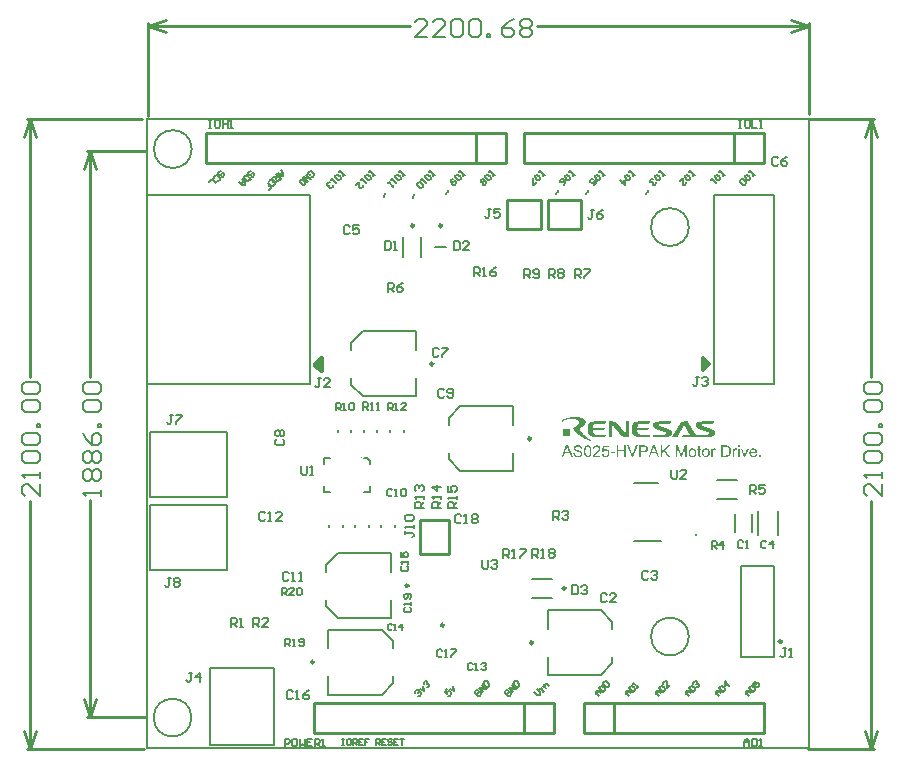
<source format=gto>
G04*
G04 #@! TF.GenerationSoftware,Altium Limited,DefaultClient, ()*
G04*
G04 Layer_Color=65535*
%FSLAX44Y44*%
%MOMM*%
G71*
G04*
G04 #@! TF.SameCoordinates,C0C1BE24-F48D-404B-966D-32A33A0CC593*
G04*
G04*
G04 #@! TF.FilePolarity,Positive*
G04*
G01*
G75*
%ADD10C,0.2000*%
%ADD11C,0.1016*%
%ADD12C,0.3810*%
%ADD13C,0.2500*%
%ADD14C,0.2032*%
%ADD15C,0.2540*%
%ADD16C,0.1500*%
%ADD17C,0.3000*%
%ADD18C,0.1524*%
%ADD19C,0.1270*%
G36*
X365965Y-230280D02*
X365975Y-230334D01*
X365890Y-230462D01*
X365847Y-230569D01*
X365804Y-230612D01*
X365751Y-230751D01*
X365697Y-230805D01*
X365676Y-230891D01*
X365590Y-231019D01*
X365547Y-231126D01*
X365504Y-231169D01*
X365451Y-231308D01*
X365419Y-231340D01*
X365397Y-231383D01*
X365205Y-231747D01*
X365108Y-231865D01*
X365001Y-231972D01*
X364958Y-231994D01*
X364916Y-232036D01*
X364659Y-232079D01*
X364444Y-232101D01*
X362024D01*
X359690Y-232079D01*
X357378Y-232101D01*
X357313Y-232122D01*
X356971Y-232143D01*
X356885Y-232165D01*
X356692Y-232186D01*
X356585Y-232229D01*
X356435Y-232250D01*
X356350Y-232272D01*
X356200Y-232336D01*
X356114Y-232358D01*
X355793Y-232529D01*
X355589Y-232668D01*
X355514Y-232722D01*
X355397Y-232839D01*
X355375Y-232882D01*
X355311Y-232946D01*
X355247Y-233053D01*
X355204Y-233096D01*
X355182Y-233182D01*
X355097Y-233311D01*
X355065Y-233471D01*
X355011Y-233589D01*
X354990Y-233803D01*
X354968Y-233889D01*
X354947Y-234231D01*
X354925Y-234445D01*
X354947Y-235538D01*
X355043Y-235570D01*
X365033Y-235581D01*
X365012Y-235666D01*
X364905Y-235859D01*
X364477Y-236673D01*
X364284Y-237037D01*
X364198Y-237187D01*
X364102Y-237283D01*
X363995Y-237347D01*
X363887Y-237390D01*
X363673Y-237411D01*
X354979Y-237433D01*
X354947Y-237465D01*
X354925Y-237551D01*
X354947Y-239564D01*
X354968Y-239628D01*
X355000Y-239895D01*
X355022Y-239981D01*
X355075Y-240099D01*
X355097Y-240185D01*
X355247Y-240463D01*
X355397Y-240656D01*
X355429Y-240709D01*
X355472Y-240731D01*
X355621Y-240881D01*
X355664Y-240902D01*
X355814Y-241009D01*
X355900Y-241031D01*
X355964Y-241095D01*
X356103Y-241127D01*
X356242Y-241202D01*
X356403Y-241234D01*
X356510Y-241277D01*
X356617Y-241298D01*
X356810Y-241320D01*
X357046Y-241362D01*
X357153Y-241384D01*
X357517Y-241405D01*
X366168Y-241427D01*
X366190Y-241491D01*
X366168Y-241534D01*
X366104Y-241598D01*
X366072Y-241716D01*
X366018Y-241769D01*
X365965Y-241908D01*
X365890Y-242048D01*
X365826Y-242155D01*
X365783Y-242262D01*
X365718Y-242369D01*
X365419Y-242947D01*
X365376Y-242990D01*
X365354Y-243033D01*
X365237Y-243151D01*
X365151Y-243172D01*
X365001Y-243236D01*
X364659Y-243258D01*
X355600Y-243236D01*
X355536Y-243215D01*
X355011Y-243161D01*
X354733Y-243140D01*
X354561Y-243118D01*
X354454Y-243097D01*
X354369Y-243076D01*
X354262Y-243054D01*
X354090Y-243033D01*
X354005Y-243011D01*
X353887Y-242979D01*
X353801Y-242958D01*
X353576Y-242904D01*
X353437Y-242851D01*
X353255Y-242819D01*
X353116Y-242744D01*
X352998Y-242712D01*
X352902Y-242658D01*
X352730Y-242615D01*
X352602Y-242530D01*
X352516Y-242508D01*
X352452Y-242444D01*
X352334Y-242412D01*
X352109Y-242251D01*
X351959Y-242166D01*
X351692Y-241962D01*
X351638Y-241908D01*
X351595Y-241887D01*
X351574Y-241844D01*
X351531Y-241823D01*
X351499Y-241791D01*
X351478Y-241748D01*
X351403Y-241694D01*
X351349Y-241619D01*
X351285Y-241555D01*
X351274Y-241523D01*
X351231Y-241502D01*
X351199Y-241469D01*
X351178Y-241427D01*
X351114Y-241362D01*
X351028Y-241213D01*
X350835Y-240891D01*
X350792Y-240784D01*
X350685Y-240549D01*
X350664Y-240442D01*
X350578Y-240249D01*
X350557Y-240120D01*
X350514Y-240013D01*
X350493Y-239928D01*
X350461Y-239746D01*
X350418Y-239574D01*
X350396Y-239446D01*
X350375Y-239189D01*
X350354Y-238739D01*
X350343Y-234681D01*
X350364Y-234617D01*
X350386Y-234017D01*
X350407Y-233953D01*
X350439Y-233792D01*
X350461Y-233707D01*
X350482Y-233600D01*
X350503Y-233471D01*
X350568Y-233300D01*
X350589Y-233193D01*
X350632Y-233086D01*
X350685Y-232968D01*
X350707Y-232861D01*
X350750Y-232818D01*
X350792Y-232711D01*
X350857Y-232604D01*
X350964Y-232411D01*
X351103Y-232208D01*
X351221Y-232047D01*
X351242Y-232004D01*
X351413Y-231833D01*
X351435Y-231790D01*
X351467Y-231758D01*
X351499Y-231747D01*
X351521Y-231704D01*
X351574Y-231651D01*
X351617Y-231629D01*
X351703Y-231544D01*
X351745Y-231522D01*
X351810Y-231458D01*
X351852Y-231437D01*
X351906Y-231405D01*
X351917Y-231373D01*
X351959Y-231351D01*
X352109Y-231244D01*
X352216Y-231180D01*
X352409Y-231073D01*
X352730Y-230923D01*
X352923Y-230837D01*
X353030Y-230794D01*
X353180Y-230730D01*
X353309Y-230709D01*
X353459Y-230644D01*
X353609Y-230623D01*
X353748Y-230569D01*
X353866Y-230537D01*
X354015Y-230516D01*
X354230Y-230452D01*
X354315Y-230430D01*
X354669Y-230398D01*
X354797Y-230377D01*
X355011Y-230334D01*
X356050Y-230280D01*
X357420Y-230259D01*
X365965Y-230280D01*
D02*
G37*
G36*
X384885Y-230270D02*
X384906Y-230355D01*
X384917Y-243193D01*
X384895Y-243236D01*
X384810Y-243258D01*
X381084Y-243236D01*
X381019Y-243215D01*
X380805Y-243193D01*
X380741Y-243172D01*
X380462Y-243151D01*
X380238Y-243097D01*
X380141Y-243065D01*
X380056Y-243043D01*
X379938Y-243011D01*
X379906Y-242979D01*
X379756Y-242936D01*
X379649Y-242872D01*
X379456Y-242765D01*
X379156Y-242551D01*
X379039Y-242455D01*
X379006Y-242423D01*
X378964Y-242401D01*
X378739Y-242176D01*
X378717Y-242133D01*
X378674Y-242112D01*
X378653Y-242069D01*
X378546Y-241962D01*
X378525Y-241919D01*
X378353Y-241748D01*
X378332Y-241705D01*
X378246Y-241619D01*
X378225Y-241577D01*
X378139Y-241491D01*
X378118Y-241448D01*
X378032Y-241362D01*
X378010Y-241320D01*
X377839Y-241148D01*
X377818Y-241105D01*
X377754Y-241041D01*
X377732Y-240998D01*
X377625Y-240891D01*
X377604Y-240849D01*
X377518Y-240763D01*
X377497Y-240720D01*
X377411Y-240634D01*
X377389Y-240592D01*
X377240Y-240442D01*
X377218Y-240399D01*
X377132Y-240313D01*
X377111Y-240270D01*
X377015Y-240152D01*
X376897Y-240035D01*
X376876Y-239992D01*
X376790Y-239906D01*
X376768Y-239863D01*
X376704Y-239821D01*
X376683Y-239778D01*
X376586Y-239660D01*
X376554Y-239628D01*
X376533Y-239585D01*
X376469Y-239521D01*
X376447Y-239478D01*
X376404Y-239457D01*
X376383Y-239414D01*
X376297Y-239328D01*
X376276Y-239285D01*
X376169Y-239178D01*
X376147Y-239135D01*
X376019Y-239007D01*
X375998Y-238964D01*
X375955Y-238921D01*
X375933Y-238878D01*
X375848Y-238793D01*
X375826Y-238750D01*
X375676Y-238600D01*
X375655Y-238557D01*
X375548Y-238450D01*
X375527Y-238407D01*
X375441Y-238321D01*
X375419Y-238279D01*
X375334Y-238193D01*
X375312Y-238150D01*
X375248Y-238086D01*
X375227Y-238043D01*
X375055Y-237872D01*
X375034Y-237829D01*
X374948Y-237743D01*
X374927Y-237701D01*
X374841Y-237615D01*
X374820Y-237572D01*
X374734Y-237486D01*
X374713Y-237444D01*
X374627Y-237358D01*
X374606Y-237315D01*
X374434Y-237144D01*
X374413Y-237101D01*
X374327Y-237015D01*
X374306Y-236972D01*
X374220Y-236887D01*
X374199Y-236844D01*
X374113Y-236758D01*
X374092Y-236715D01*
X374006Y-236630D01*
X373985Y-236587D01*
X373942Y-236565D01*
X373920Y-236523D01*
X373835Y-236437D01*
X373813Y-236394D01*
X373706Y-236287D01*
X373685Y-236244D01*
X373620Y-236180D01*
X373599Y-236137D01*
X373513Y-236052D01*
X373492Y-236009D01*
X373385Y-235902D01*
X373364Y-235859D01*
X373321Y-235837D01*
X373299Y-235795D01*
X373214Y-235709D01*
X373192Y-235666D01*
X373107Y-235581D01*
X373085Y-235538D01*
X372999Y-235452D01*
X372978Y-235409D01*
X372892Y-235324D01*
X372871Y-235281D01*
X372785Y-235195D01*
X372764Y-235152D01*
X372593Y-234981D01*
X372571Y-234938D01*
X372486Y-234852D01*
X372464Y-234809D01*
X372379Y-234724D01*
X372357Y-234681D01*
X372271Y-234595D01*
X372250Y-234552D01*
X372164Y-234467D01*
X372143Y-234424D01*
X372100Y-234403D01*
X372079Y-234360D01*
X371972Y-234253D01*
X371950Y-234210D01*
X371886Y-234146D01*
X371865Y-234103D01*
X371757Y-233996D01*
X371736Y-233953D01*
X371650Y-233867D01*
X371629Y-233824D01*
X371543Y-233739D01*
X371522Y-233696D01*
X371458Y-233653D01*
X371436Y-233610D01*
X371319Y-233493D01*
X371211Y-233450D01*
X371169Y-233471D01*
X371136Y-233503D01*
X371115Y-243225D01*
X371083Y-243258D01*
X368556Y-243236D01*
X368524Y-243140D01*
X368545Y-243076D01*
X368567Y-230291D01*
X368599Y-230259D01*
X371725Y-230280D01*
X371790Y-230302D01*
X372507Y-230334D01*
X372635Y-230355D01*
X372721Y-230377D01*
X372828Y-230398D01*
X373181Y-230452D01*
X373331Y-230516D01*
X373503Y-230537D01*
X373546Y-230580D01*
X373695Y-230623D01*
X373803Y-230666D01*
X373995Y-230773D01*
X374038Y-230816D01*
X374124Y-230837D01*
X374327Y-230976D01*
X374338Y-231008D01*
X374381Y-231030D01*
X374498Y-231126D01*
X374627Y-231233D01*
X374745Y-231351D01*
X374788Y-231373D01*
X374841Y-231426D01*
X374852Y-231458D01*
X374895Y-231479D01*
X374927Y-231512D01*
X374948Y-231555D01*
X375077Y-231683D01*
X375098Y-231726D01*
X375248Y-231876D01*
X375270Y-231919D01*
X375355Y-232004D01*
X375377Y-232047D01*
X375441Y-232090D01*
X375462Y-232133D01*
X375548Y-232218D01*
X375569Y-232261D01*
X375655Y-232347D01*
X375676Y-232390D01*
X375762Y-232475D01*
X375783Y-232518D01*
X375869Y-232604D01*
X375891Y-232647D01*
X375976Y-232732D01*
X375987Y-232764D01*
X376030Y-232786D01*
X376062Y-232818D01*
X376083Y-232861D01*
X376169Y-232946D01*
X376190Y-232989D01*
X376276Y-233075D01*
X376297Y-233118D01*
X376383Y-233203D01*
X376404Y-233246D01*
X376490Y-233332D01*
X376511Y-233375D01*
X376597Y-233460D01*
X376608Y-233493D01*
X376651Y-233514D01*
X376704Y-233589D01*
X376768Y-233653D01*
X376790Y-233696D01*
X376897Y-233803D01*
X376918Y-233846D01*
X377004Y-233932D01*
X377025Y-233974D01*
X377111Y-234060D01*
X377132Y-234103D01*
X377304Y-234274D01*
X377325Y-234317D01*
X377411Y-234403D01*
X377432Y-234445D01*
X377518Y-234531D01*
X377539Y-234574D01*
X377604Y-234638D01*
X377625Y-234681D01*
X377732Y-234788D01*
X377743Y-234820D01*
X377786Y-234842D01*
X377839Y-234917D01*
X377904Y-234981D01*
X377925Y-235024D01*
X378032Y-235131D01*
X378053Y-235174D01*
X378118Y-235238D01*
X378139Y-235281D01*
X378246Y-235388D01*
X378268Y-235431D01*
X378353Y-235516D01*
X378364Y-235548D01*
X378407Y-235570D01*
X378621Y-235827D01*
X378674Y-235902D01*
X378739Y-235966D01*
X378760Y-236009D01*
X378846Y-236094D01*
X378867Y-236137D01*
X379039Y-236309D01*
X379060Y-236351D01*
X379146Y-236437D01*
X379167Y-236480D01*
X379253Y-236565D01*
X379274Y-236608D01*
X379360Y-236694D01*
X379381Y-236737D01*
X379467Y-236822D01*
X379488Y-236865D01*
X379660Y-237037D01*
X379681Y-237080D01*
X379767Y-237165D01*
X379788Y-237208D01*
X379874Y-237294D01*
X379895Y-237337D01*
X379981Y-237422D01*
X380002Y-237465D01*
X380088Y-237551D01*
X380109Y-237593D01*
X380152Y-237615D01*
X380173Y-237658D01*
X380280Y-237765D01*
X380302Y-237808D01*
X380388Y-237893D01*
X380409Y-237936D01*
X380495Y-238022D01*
X380516Y-238065D01*
X380602Y-238150D01*
X380623Y-238193D01*
X380773Y-238343D01*
X380794Y-238386D01*
X380901Y-238493D01*
X380923Y-238536D01*
X381009Y-238621D01*
X381030Y-238664D01*
X381116Y-238750D01*
X381137Y-238793D01*
X381223Y-238878D01*
X381244Y-238921D01*
X381394Y-239071D01*
X381415Y-239114D01*
X381523Y-239221D01*
X381544Y-239264D01*
X381630Y-239349D01*
X381651Y-239392D01*
X381737Y-239478D01*
X381758Y-239521D01*
X381844Y-239606D01*
X381865Y-239649D01*
X382015Y-239799D01*
X382037Y-239842D01*
X382176Y-239981D01*
X382315Y-239970D01*
X382336Y-239885D01*
Y-238814D01*
Y-238793D01*
X382358Y-230291D01*
X382390Y-230259D01*
X384885Y-230270D01*
D02*
G37*
G36*
X335170Y-236598D02*
X335202Y-236694D01*
X335181Y-236758D01*
X335192Y-242572D01*
X335181Y-242583D01*
Y-242605D01*
X335085Y-242637D01*
X329174Y-242615D01*
X329142Y-242583D01*
X329164Y-242305D01*
X329153Y-236640D01*
X329174Y-236598D01*
X329260Y-236576D01*
X335170Y-236598D01*
D02*
G37*
G36*
X340267Y-226533D02*
X341188Y-226554D01*
X341252Y-226576D01*
X341659Y-226597D01*
X341809Y-226618D01*
X342259Y-226640D01*
X342323Y-226661D01*
X342526Y-226693D01*
X342719Y-226715D01*
X342976Y-226736D01*
X343083Y-226758D01*
X343255Y-226800D01*
X343597Y-226843D01*
X343683Y-226865D01*
X343801Y-226897D01*
X343886Y-226918D01*
X344111Y-226950D01*
X344293Y-227004D01*
X344379Y-227025D01*
X344582Y-227057D01*
X344721Y-227111D01*
X344807Y-227132D01*
X344925Y-227164D01*
X345043Y-227218D01*
X345235Y-227261D01*
X345385Y-227325D01*
X345578Y-227368D01*
X345621Y-227411D01*
X345706Y-227432D01*
X345942Y-227539D01*
X346060Y-227571D01*
X346199Y-227646D01*
X346285Y-227668D01*
X346349Y-227732D01*
X346467Y-227764D01*
X346520Y-227818D01*
X346627Y-227861D01*
X346670Y-227882D01*
X346713Y-227925D01*
X347013Y-228096D01*
X347056Y-228139D01*
X347163Y-228203D01*
X347206Y-228246D01*
X347313Y-228310D01*
X347377Y-228374D01*
X347420Y-228396D01*
X347484Y-228460D01*
X347527Y-228482D01*
X347880Y-228835D01*
X347901Y-228878D01*
X347944Y-228920D01*
X347966Y-228963D01*
X348008Y-229006D01*
X348030Y-229049D01*
X348094Y-229113D01*
X348180Y-229263D01*
X348308Y-229541D01*
X348394Y-229734D01*
X348415Y-229820D01*
X348447Y-229981D01*
X348501Y-230163D01*
X348522Y-230441D01*
X348544Y-230655D01*
X348522Y-231362D01*
X348501Y-231426D01*
X348480Y-231555D01*
X348437Y-231662D01*
X348383Y-231886D01*
X348330Y-232004D01*
X348308Y-232090D01*
X348265Y-232197D01*
X348223Y-232240D01*
X348201Y-232325D01*
X348180Y-232368D01*
X348051Y-232582D01*
X347966Y-232732D01*
X347901Y-232796D01*
X347837Y-232904D01*
X347741Y-233021D01*
X347548Y-233278D01*
X347505Y-233300D01*
X347452Y-233375D01*
X347388Y-233418D01*
X347366Y-233460D01*
X347141Y-233685D01*
X347098Y-233707D01*
X347013Y-233792D01*
X346970Y-233814D01*
X346884Y-233899D01*
X346777Y-233964D01*
X346734Y-234007D01*
X346692Y-234028D01*
X346606Y-234114D01*
X346563Y-234135D01*
X346499Y-234199D01*
X346349Y-234285D01*
X346231Y-234381D01*
X345888Y-234595D01*
X345771Y-234670D01*
X345192Y-234992D01*
X345085Y-235034D01*
X344978Y-235099D01*
X344871Y-235142D01*
X344828Y-235163D01*
X344721Y-235227D01*
X344614Y-235270D01*
X344571Y-235313D01*
X344486Y-235334D01*
X344379Y-235398D01*
X344015Y-235591D01*
X343865Y-235677D01*
X343801Y-235741D01*
X343704Y-235795D01*
X343683Y-235837D01*
X343651Y-235870D01*
X343608Y-235891D01*
X343533Y-236009D01*
X343490Y-236052D01*
X343469Y-236137D01*
X343426Y-236287D01*
X343404Y-236437D01*
X343426Y-236523D01*
X343447Y-236694D01*
X343469Y-236758D01*
X343501Y-236919D01*
X343576Y-237101D01*
X343747Y-237422D01*
X343854Y-237615D01*
X344004Y-237829D01*
X344025Y-237872D01*
X344090Y-237936D01*
X344154Y-238043D01*
X344197Y-238086D01*
X344261Y-238193D01*
X344304Y-238236D01*
X344368Y-238343D01*
X344411Y-238386D01*
X344432Y-238429D01*
X344496Y-238493D01*
X344518Y-238536D01*
X344582Y-238600D01*
X344604Y-238643D01*
X344700Y-238761D01*
X344753Y-238836D01*
X344818Y-238900D01*
X344839Y-238943D01*
X344903Y-239007D01*
X344925Y-239050D01*
X345010Y-239135D01*
X345032Y-239178D01*
X345117Y-239264D01*
X345139Y-239307D01*
X345225Y-239392D01*
X345246Y-239435D01*
X345353Y-239542D01*
X345364Y-239574D01*
X345396Y-239585D01*
X345417Y-239628D01*
X345546Y-239756D01*
X345567Y-239799D01*
X345653Y-239885D01*
X345674Y-239928D01*
X345867Y-240120D01*
X345888Y-240163D01*
X346167Y-240442D01*
X346188Y-240484D01*
X346253Y-240527D01*
X346274Y-240570D01*
X347088Y-241384D01*
X347098Y-241416D01*
X347141Y-241437D01*
X347334Y-241630D01*
X347377Y-241651D01*
X347420Y-241716D01*
X347463Y-241737D01*
X347848Y-242123D01*
X347891Y-242144D01*
X347998Y-242251D01*
X348041Y-242273D01*
X348212Y-242444D01*
X348255Y-242465D01*
X348447Y-242658D01*
X348490Y-242679D01*
X348533Y-242744D01*
X348576Y-242765D01*
X348662Y-242851D01*
X348704Y-242872D01*
X348790Y-242958D01*
X348833Y-242979D01*
X348919Y-243065D01*
X348961Y-243086D01*
X349047Y-243172D01*
X349090Y-243193D01*
X349240Y-243343D01*
X349283Y-243365D01*
X349400Y-243461D01*
X349497Y-243557D01*
X349604Y-243622D01*
X349668Y-243686D01*
X349711Y-243707D01*
X349775Y-243772D01*
X349818Y-243793D01*
X349904Y-243879D01*
X349947Y-243900D01*
X350032Y-243986D01*
X350139Y-244050D01*
X350182Y-244093D01*
X350225Y-244114D01*
X350289Y-244179D01*
X350332Y-244200D01*
X350418Y-244286D01*
X350525Y-244350D01*
X350792Y-244553D01*
X350825Y-244585D01*
X350932Y-244650D01*
X350975Y-244692D01*
X351082Y-244757D01*
X351124Y-244799D01*
X351167Y-244821D01*
X351231Y-244885D01*
X351381Y-244971D01*
X351424Y-245014D01*
X351467Y-245035D01*
X351531Y-245099D01*
X351638Y-245163D01*
X351788Y-245249D01*
X351852Y-245313D01*
X351895Y-245335D01*
X351938Y-245378D01*
X351981Y-245399D01*
X352249Y-245581D01*
X352281Y-245613D01*
X352388Y-245656D01*
X352452Y-245720D01*
X352752Y-245892D01*
X352795Y-245935D01*
X352902Y-245999D01*
X353052Y-246084D01*
X353094Y-246127D01*
X353202Y-246170D01*
X353266Y-246234D01*
X353352Y-246256D01*
X353394Y-246299D01*
X353437Y-246320D01*
X353758Y-246513D01*
X353908Y-246598D01*
X353951Y-246641D01*
X354090Y-246695D01*
X354144Y-246748D01*
X354262Y-246780D01*
X354315Y-246834D01*
X354508Y-246941D01*
X354776Y-247080D01*
X354754Y-247166D01*
X354572Y-247241D01*
X354251Y-247219D01*
X354144Y-247176D01*
X353994Y-247155D01*
X353855Y-247102D01*
X353737Y-247069D01*
X353512Y-247016D01*
X353373Y-246962D01*
X353180Y-246919D01*
X353030Y-246855D01*
X352902Y-246834D01*
X352709Y-246748D01*
X352559Y-246727D01*
X352366Y-246641D01*
X352238Y-246620D01*
X352045Y-246534D01*
X351959Y-246513D01*
X351810Y-246448D01*
X351724Y-246427D01*
X351531Y-246341D01*
X351392Y-246288D01*
X351360Y-246256D01*
X351317D01*
X351306Y-246245D01*
X351221Y-246224D01*
X351082Y-246149D01*
X350996Y-246127D01*
X350878Y-246095D01*
X350846Y-246063D01*
X350696Y-246020D01*
X350503Y-245935D01*
X350396Y-245892D01*
X350204Y-245806D01*
X350161Y-245785D01*
X350011Y-245720D01*
X349775Y-245613D01*
X349690Y-245592D01*
X349647Y-245549D01*
X349443Y-245474D01*
X349411Y-245442D01*
X349208Y-245367D01*
X349176Y-245335D01*
X349036Y-245281D01*
X348897Y-245206D01*
X348662Y-245099D01*
X348555Y-245035D01*
X348233Y-244885D01*
X348126Y-244821D01*
X347976Y-244735D01*
X347570Y-244521D01*
X347248Y-244350D01*
X347141Y-244286D01*
X347034Y-244243D01*
X346991Y-244200D01*
X346841Y-244114D01*
X346456Y-243900D01*
X346220Y-243750D01*
X346178Y-243729D01*
X345963Y-243600D01*
X345771Y-243493D01*
X345621Y-243386D01*
X345471Y-243300D01*
X345321Y-243193D01*
X345171Y-243108D01*
X345128Y-243065D01*
X344828Y-242894D01*
X344786Y-242851D01*
X344636Y-242765D01*
X344486Y-242658D01*
X344368Y-242562D01*
X344197Y-242455D01*
X344165Y-242423D01*
X344122Y-242401D01*
X344079Y-242358D01*
X343929Y-242273D01*
X343886Y-242230D01*
X343779Y-242166D01*
X343736Y-242123D01*
X343672Y-242101D01*
X343608Y-242037D01*
X343501Y-241973D01*
X343437Y-241908D01*
X343394Y-241887D01*
X343329Y-241823D01*
X343222Y-241759D01*
X343180Y-241716D01*
X343072Y-241651D01*
X343030Y-241609D01*
X342987Y-241587D01*
X342923Y-241523D01*
X342816Y-241459D01*
X342773Y-241416D01*
X342666Y-241352D01*
X342537Y-241223D01*
X342494Y-241202D01*
X342409Y-241116D01*
X342366Y-241095D01*
X342248Y-240998D01*
X342173Y-240945D01*
X342109Y-240881D01*
X342066Y-240859D01*
X342002Y-240795D01*
X341959Y-240774D01*
X341873Y-240688D01*
X341830Y-240666D01*
X341777Y-240634D01*
X341755Y-240592D01*
X341680Y-240538D01*
X341616Y-240474D01*
X341573Y-240452D01*
X341402Y-240281D01*
X341359Y-240260D01*
X341188Y-240088D01*
X341145Y-240067D01*
X341038Y-239960D01*
X340995Y-239938D01*
X340781Y-239724D01*
X340749Y-239713D01*
X340728Y-239671D01*
X340653Y-239617D01*
X340374Y-239339D01*
X340331Y-239317D01*
X340289Y-239253D01*
X340246Y-239232D01*
X340192Y-239178D01*
X340182Y-239146D01*
X340139Y-239125D01*
X340107Y-239093D01*
X340085Y-239050D01*
X340053Y-239018D01*
X340021Y-239007D01*
X339999Y-238964D01*
X339807Y-238771D01*
X339785Y-238728D01*
X339507Y-238450D01*
X339486Y-238407D01*
X339400Y-238321D01*
X339378Y-238279D01*
X339293Y-238193D01*
X339271Y-238150D01*
X339164Y-238043D01*
X339143Y-238000D01*
X339057Y-237915D01*
X339036Y-237872D01*
X338971Y-237808D01*
X338950Y-237765D01*
X338886Y-237701D01*
X338822Y-237593D01*
X338757Y-237529D01*
X338736Y-237486D01*
X338629Y-237337D01*
X338607Y-237294D01*
X338565Y-237251D01*
X338500Y-237144D01*
X338415Y-236994D01*
X338372Y-236951D01*
X338329Y-236844D01*
X338286Y-236801D01*
X338243Y-236651D01*
X338158Y-236458D01*
X338136Y-236309D01*
X338093Y-236137D01*
X338115Y-235902D01*
X338136Y-235837D01*
X338190Y-235698D01*
X338243Y-235645D01*
X338265Y-235602D01*
X338425Y-235441D01*
X338468Y-235420D01*
X338532Y-235356D01*
X338640Y-235291D01*
X338789Y-235206D01*
X339411Y-234884D01*
X339518Y-234842D01*
X339967Y-234585D01*
X340010Y-234542D01*
X340096Y-234520D01*
X340224Y-234435D01*
X340331Y-234370D01*
X340535Y-234231D01*
X340642Y-234188D01*
X340695Y-234135D01*
X340802Y-234071D01*
X340845Y-234028D01*
X340888Y-234007D01*
X341038Y-233899D01*
X341081Y-233878D01*
X341145Y-233814D01*
X341188Y-233792D01*
X341274Y-233707D01*
X341381Y-233642D01*
X341423Y-233600D01*
X341466Y-233578D01*
X341638Y-233407D01*
X341680Y-233386D01*
X342141Y-232925D01*
X342205Y-232818D01*
X342269Y-232754D01*
X342291Y-232711D01*
X342355Y-232647D01*
X342419Y-232540D01*
X342462Y-232497D01*
X342526Y-232390D01*
X342762Y-231897D01*
X342805Y-231726D01*
X342848Y-231619D01*
X342869Y-231469D01*
X342880Y-231137D01*
X342858Y-230837D01*
X342837Y-230751D01*
X342783Y-230612D01*
X342762Y-230484D01*
X342676Y-230355D01*
X342655Y-230248D01*
X342569Y-230120D01*
X342548Y-230056D01*
X342505Y-230013D01*
X342483Y-229970D01*
X342377Y-229820D01*
X342323Y-229723D01*
X342280Y-229702D01*
X342227Y-229627D01*
X342141Y-229541D01*
X342130Y-229509D01*
X342087Y-229488D01*
X342034Y-229434D01*
X342023Y-229402D01*
X341980Y-229381D01*
X341895Y-229295D01*
X341852Y-229274D01*
X341734Y-229177D01*
X341616Y-229102D01*
X341423Y-228974D01*
X341274Y-228888D01*
X341166Y-228846D01*
X341124Y-228824D01*
X341081Y-228781D01*
X340995Y-228760D01*
X340760Y-228653D01*
X340674Y-228631D01*
X340631Y-228589D01*
X340374Y-228524D01*
X340224Y-228460D01*
X340064Y-228428D01*
X339957Y-228385D01*
X339871Y-228364D01*
X339614Y-228321D01*
X339432Y-228267D01*
X339004Y-228225D01*
X338918Y-228203D01*
X338768Y-228182D01*
X338682Y-228160D01*
X338275Y-228139D01*
X337751Y-228107D01*
X336605Y-228096D01*
X336541Y-228117D01*
X335813Y-228139D01*
X335727Y-228160D01*
X335406Y-228182D01*
X335342Y-228203D01*
X335128Y-228225D01*
X335042Y-228246D01*
X334678Y-228267D01*
X334614Y-228289D01*
X334474Y-228321D01*
X334185Y-228353D01*
X333982Y-228385D01*
X333896Y-228407D01*
X333778Y-228439D01*
X333564Y-228460D01*
X333425Y-228492D01*
X333340Y-228514D01*
X333222Y-228546D01*
X332997Y-228578D01*
X332751Y-228653D01*
X332547Y-228685D01*
X332365Y-228738D01*
X332279Y-228760D01*
X332151Y-228781D01*
X332001Y-228846D01*
X331755Y-228899D01*
X331637Y-228953D01*
X331455Y-228985D01*
X331380Y-229017D01*
X331273Y-229060D01*
X331102Y-229102D01*
X331059Y-229145D01*
X330834Y-229199D01*
X330652Y-229274D01*
X330545Y-229317D01*
X330502Y-229359D01*
X330363Y-229392D01*
X330224Y-229466D01*
X330084Y-229520D01*
X329988Y-229574D01*
X329849Y-229627D01*
X329817Y-229659D01*
X329645Y-229723D01*
X329603Y-229766D01*
X329463Y-229820D01*
X329046Y-230045D01*
X328468Y-230366D01*
X328360Y-230409D01*
X328275Y-230387D01*
X328243Y-230291D01*
X328275Y-230002D01*
X328296Y-229788D01*
X328318Y-229681D01*
X328371Y-229499D01*
X328436Y-229392D01*
X328478Y-229349D01*
X328500Y-229306D01*
X328725Y-229081D01*
X328832Y-229017D01*
X328982Y-228931D01*
X329132Y-228867D01*
X329174Y-228846D01*
X329581Y-228653D01*
X329624Y-228631D01*
X329774Y-228567D01*
X330009Y-228460D01*
X330202Y-228374D01*
X330309Y-228332D01*
X330459Y-228267D01*
X330598Y-228214D01*
X330630Y-228182D01*
X330770Y-228150D01*
X330877Y-228107D01*
X330909Y-228075D01*
X331048Y-228043D01*
X331155Y-228000D01*
X331294Y-227946D01*
X331412Y-227914D01*
X331444Y-227882D01*
X331584Y-227850D01*
X331690Y-227828D01*
X331872Y-227753D01*
X331990Y-227721D01*
X332108Y-227668D01*
X332333Y-227614D01*
X332451Y-227561D01*
X332601Y-227539D01*
X332718Y-227507D01*
X332826Y-227464D01*
X332911Y-227443D01*
X333018Y-227421D01*
X333190Y-227357D01*
X333468Y-227314D01*
X333714Y-227239D01*
X333918Y-227207D01*
X334025Y-227164D01*
X334110Y-227143D01*
X334346Y-227100D01*
X334432Y-227079D01*
X334549Y-227047D01*
X334699Y-227025D01*
X334913Y-227004D01*
X334978Y-226982D01*
X335149Y-226940D01*
X335545Y-226886D01*
X335663Y-226854D01*
X335813Y-226833D01*
X336145Y-226800D01*
X336359Y-226758D01*
X336487Y-226736D01*
X336787Y-226715D01*
X337001Y-226693D01*
X337258Y-226651D01*
X337494Y-226629D01*
X337901Y-226608D01*
X338243Y-226586D01*
X338522Y-226565D01*
X338779Y-226543D01*
X339593Y-226522D01*
X340203Y-226511D01*
X340267Y-226533D01*
D02*
G37*
G36*
X453058Y-181977D02*
Y-181977D01*
X448058Y-186977D01*
Y-176977D01*
X453058Y-181977D01*
D02*
G37*
G36*
X420990Y-230291D02*
X420969Y-230420D01*
X420904Y-230484D01*
X420851Y-230623D01*
X420819Y-230655D01*
X420776Y-230762D01*
X420754Y-230805D01*
X420712Y-230848D01*
X420669Y-230955D01*
X420604Y-231062D01*
X420497Y-231255D01*
X420305Y-231619D01*
X420219Y-231769D01*
X420155Y-231833D01*
X420101Y-231929D01*
X420058Y-231951D01*
X420015Y-231994D01*
X419973Y-232015D01*
X419866Y-232058D01*
X419501Y-232101D01*
X412863Y-232079D01*
X412799Y-232101D01*
X412221Y-232122D01*
X412156Y-232143D01*
X411696Y-232176D01*
X411439Y-232240D01*
X411310Y-232261D01*
X411203Y-232304D01*
X411064Y-232358D01*
X410829Y-232486D01*
X410625Y-232689D01*
X410540Y-232904D01*
X410518Y-232989D01*
X410540Y-233396D01*
X410604Y-233546D01*
X410625Y-233589D01*
X410689Y-233653D01*
X410711Y-233696D01*
X410829Y-233814D01*
X410871Y-233835D01*
X410936Y-233899D01*
X411043Y-233964D01*
X411086Y-234007D01*
X411171Y-234028D01*
X411300Y-234114D01*
X411439Y-234167D01*
X411471Y-234199D01*
X411557Y-234221D01*
X411664Y-234263D01*
X411814Y-234328D01*
X411899Y-234349D01*
X412092Y-234435D01*
X412199Y-234456D01*
X412242Y-234499D01*
X412381Y-234531D01*
X412488Y-234552D01*
X412606Y-234606D01*
X412692Y-234627D01*
X412970Y-234735D01*
X413120Y-234756D01*
X413313Y-234842D01*
X413420Y-234863D01*
X413570Y-234927D01*
X413655Y-234949D01*
X413784Y-234970D01*
X413827Y-235013D01*
X413966Y-235045D01*
X414105Y-235099D01*
X414212Y-235142D01*
X414383Y-235163D01*
X414576Y-235249D01*
X414705Y-235270D01*
X414897Y-235356D01*
X415015Y-235388D01*
X415133Y-235441D01*
X415283Y-235463D01*
X415433Y-235527D01*
X415583Y-235570D01*
X415733Y-235634D01*
X415818Y-235655D01*
X415957Y-235688D01*
X416075Y-235741D01*
X416161Y-235763D01*
X416300Y-235795D01*
X416418Y-235848D01*
X416503Y-235870D01*
X416718Y-235955D01*
X416910Y-235998D01*
X417060Y-236062D01*
X417200Y-236094D01*
X417296Y-236148D01*
X417382Y-236169D01*
X417521Y-236201D01*
X417553Y-236234D01*
X417703Y-236276D01*
X417810Y-236319D01*
X417960Y-236383D01*
X418078Y-236416D01*
X418110Y-236448D01*
X418260Y-236491D01*
X418345Y-236512D01*
X418452Y-236576D01*
X418570Y-236608D01*
X418709Y-236683D01*
X418827Y-236715D01*
X418881Y-236769D01*
X418966Y-236790D01*
X419416Y-237005D01*
X419459Y-237026D01*
X419673Y-237154D01*
X419908Y-237283D01*
X420058Y-237369D01*
X420208Y-237476D01*
X420358Y-237561D01*
X420401Y-237604D01*
X420444Y-237626D01*
X420497Y-237658D01*
X420508Y-237690D01*
X420658Y-237775D01*
X420722Y-237840D01*
X420765Y-237861D01*
X420851Y-237947D01*
X420883Y-237957D01*
X420904Y-238000D01*
X420979Y-238054D01*
X421204Y-238279D01*
X421225Y-238321D01*
X421375Y-238472D01*
X421440Y-238578D01*
X421525Y-238707D01*
X421547Y-238750D01*
X421590Y-238793D01*
X421611Y-238878D01*
X421697Y-239007D01*
X421729Y-239146D01*
X421782Y-239242D01*
X421804Y-239328D01*
X421836Y-239489D01*
X421857Y-239574D01*
X421879Y-239681D01*
X421889Y-240313D01*
X421868Y-240377D01*
X421836Y-240495D01*
X421814Y-240624D01*
X421782Y-240827D01*
X421697Y-241020D01*
X421675Y-241105D01*
X421611Y-241170D01*
X421579Y-241287D01*
X421525Y-241341D01*
X421440Y-241491D01*
X421290Y-241684D01*
X421204Y-241769D01*
X421183Y-241812D01*
X421086Y-241908D01*
X421043Y-241930D01*
X420872Y-242101D01*
X420765Y-242166D01*
X420722Y-242208D01*
X420615Y-242251D01*
X420551Y-242315D01*
X420401Y-242401D01*
X420294Y-242444D01*
X420251Y-242465D01*
X420144Y-242530D01*
X420037Y-242572D01*
X419887Y-242637D01*
X419694Y-242722D01*
X419609Y-242744D01*
X419501Y-242765D01*
X419352Y-242829D01*
X419180Y-242872D01*
X419073Y-242915D01*
X418988Y-242936D01*
X418881Y-242958D01*
X418859D01*
X418624Y-243022D01*
X418474Y-243043D01*
X418227Y-243076D01*
X418056Y-243118D01*
X417885Y-243140D01*
X417349Y-243183D01*
X417157Y-243204D01*
X416921Y-243225D01*
X416279Y-243247D01*
X405111Y-243258D01*
X405079Y-243225D01*
X405100Y-243140D01*
X405164Y-243076D01*
X405196Y-242958D01*
X405250Y-242904D01*
X405304Y-242765D01*
X405336Y-242733D01*
X405379Y-242626D01*
X405443Y-242519D01*
X405850Y-241748D01*
X405925Y-241630D01*
X405967Y-241609D01*
X406053Y-241523D01*
X406192Y-241469D01*
X406289Y-241437D01*
X406374Y-241416D01*
X415154Y-241395D01*
X415219Y-241373D01*
X415486Y-241341D01*
X415615Y-241320D01*
X415786Y-241298D01*
X415872Y-241277D01*
X416054Y-241223D01*
X416139Y-241202D01*
X416204Y-241180D01*
X416439Y-241052D01*
X416482Y-241009D01*
X416525Y-240988D01*
X416600Y-240913D01*
X416621Y-240870D01*
X416664Y-240827D01*
X416707Y-240720D01*
X416728Y-240677D01*
X416750Y-240613D01*
X416771Y-240527D01*
X416750Y-240120D01*
X416707Y-240077D01*
X416675Y-239960D01*
X416621Y-239885D01*
X416578Y-239842D01*
X416557Y-239799D01*
X416503Y-239746D01*
X416471Y-239735D01*
X416450Y-239692D01*
X416321Y-239606D01*
X416289Y-239574D01*
X416139Y-239489D01*
X416032Y-239446D01*
X415797Y-239339D01*
X415604Y-239253D01*
X415326Y-239146D01*
X415208Y-239114D01*
X415026Y-239039D01*
X414748Y-238932D01*
X414598Y-238910D01*
X414448Y-238846D01*
X414362Y-238825D01*
X414169Y-238739D01*
X414009Y-238707D01*
X413891Y-238654D01*
X413805Y-238632D01*
X413666Y-238600D01*
X413548Y-238546D01*
X413463Y-238525D01*
X413184Y-238418D01*
X413034Y-238396D01*
X412884Y-238332D01*
X412799Y-238311D01*
X412649Y-238247D01*
X412392Y-238182D01*
X412242Y-238118D01*
X412124Y-238086D01*
X412006Y-238032D01*
X411921Y-238011D01*
X411792Y-237990D01*
X411600Y-237904D01*
X411471Y-237882D01*
X411321Y-237818D01*
X411236Y-237797D01*
X411086Y-237733D01*
X411000Y-237711D01*
X410861Y-237679D01*
X410786Y-237647D01*
X410679Y-237604D01*
X410550Y-237583D01*
X410358Y-237497D01*
X410197Y-237465D01*
X410165Y-237433D01*
X409993Y-237390D01*
X409715Y-237283D01*
X409629Y-237262D01*
X409587Y-237219D01*
X409447Y-237187D01*
X409362Y-237165D01*
X409180Y-237090D01*
X409073Y-237047D01*
X408923Y-236983D01*
X408805Y-236951D01*
X408709Y-236898D01*
X408623Y-236876D01*
X408216Y-236683D01*
X408109Y-236640D01*
X408066Y-236598D01*
X407927Y-236544D01*
X407873Y-236491D01*
X407756Y-236458D01*
X407574Y-236362D01*
X407531Y-236341D01*
X407488Y-236298D01*
X407295Y-236191D01*
X407145Y-236105D01*
X406995Y-235998D01*
X406846Y-235912D01*
X406781Y-235848D01*
X406738Y-235827D01*
X406674Y-235763D01*
X406631Y-235741D01*
X406567Y-235677D01*
X406524Y-235655D01*
X406407Y-235559D01*
X406289Y-235441D01*
X406246Y-235420D01*
X406107Y-235281D01*
X406085Y-235238D01*
X406000Y-235152D01*
X405978Y-235109D01*
X405914Y-235045D01*
X405892Y-235002D01*
X405796Y-234884D01*
X405753Y-234777D01*
X405700Y-234724D01*
X405646Y-234585D01*
X405593Y-234531D01*
X405561Y-234413D01*
X405518Y-234306D01*
X405486Y-234210D01*
X405464Y-234060D01*
X405421Y-233910D01*
X405400Y-233760D01*
X405379Y-233482D01*
X405400Y-233332D01*
X405421Y-233075D01*
X405443Y-233011D01*
X405464Y-232925D01*
X405496Y-232722D01*
X405550Y-232604D01*
X405571Y-232518D01*
X405614Y-232411D01*
X405657Y-232368D01*
X405678Y-232283D01*
X405743Y-232176D01*
X405828Y-232026D01*
X405871Y-231983D01*
X405935Y-231876D01*
X406000Y-231812D01*
X406021Y-231769D01*
X406085Y-231726D01*
X406107Y-231683D01*
X406246Y-231544D01*
X406289Y-231522D01*
X406374Y-231437D01*
X406417Y-231415D01*
X406481Y-231351D01*
X406589Y-231287D01*
X406631Y-231244D01*
X406696Y-231223D01*
X406738Y-231180D01*
X406931Y-231073D01*
X407038Y-231030D01*
X407145Y-230966D01*
X407252Y-230923D01*
X407445Y-230837D01*
X407584Y-230805D01*
X407702Y-230751D01*
X407788Y-230730D01*
X407906Y-230698D01*
X408023Y-230644D01*
X408109Y-230623D01*
X408270Y-230591D01*
X408409Y-230537D01*
X408676Y-230505D01*
X408783Y-230484D01*
X408955Y-230441D01*
X409244Y-230409D01*
X409576Y-230355D01*
X409865Y-230323D01*
X410540Y-230291D01*
X411332Y-230270D01*
X420958Y-230259D01*
X420990Y-230291D01*
D02*
G37*
G36*
X403516Y-230334D02*
X403451Y-230441D01*
X402830Y-231619D01*
X402744Y-231769D01*
X402648Y-231908D01*
X402605Y-231929D01*
X402455Y-232036D01*
X402198Y-232079D01*
X402049Y-232101D01*
X395217Y-232079D01*
X395153Y-232101D01*
X394768Y-232122D01*
X394703Y-232143D01*
X394318Y-232165D01*
X394254Y-232186D01*
X394104Y-232229D01*
X394018Y-232250D01*
X393857Y-232283D01*
X393675Y-232358D01*
X393590Y-232379D01*
X393547Y-232422D01*
X393440Y-232465D01*
X393333Y-232529D01*
X393183Y-232636D01*
X393044Y-232732D01*
X393022Y-232775D01*
X392915Y-232882D01*
X392894Y-232925D01*
X392830Y-232989D01*
X392765Y-233096D01*
X392701Y-233246D01*
X392680Y-233289D01*
X392615Y-233439D01*
X392583Y-233578D01*
X392530Y-233760D01*
X392508Y-234039D01*
X392487Y-235216D01*
X392508Y-235538D01*
X392540Y-235570D01*
X402562Y-235591D01*
X402573Y-235666D01*
X402509Y-235730D01*
X402455Y-235870D01*
X402423Y-235902D01*
X402402Y-235944D01*
X401802Y-237080D01*
X401695Y-237229D01*
X401642Y-237283D01*
X401535Y-237347D01*
X401427Y-237390D01*
X401213Y-237411D01*
X392540Y-237433D01*
X392508Y-237465D01*
X392487Y-237679D01*
X392508Y-239713D01*
X392530Y-239778D01*
X392562Y-239895D01*
X392615Y-240077D01*
X392637Y-240163D01*
X392765Y-240399D01*
X392851Y-240549D01*
X392915Y-240613D01*
X392937Y-240656D01*
X393097Y-240816D01*
X393140Y-240838D01*
X393162Y-240881D01*
X393311Y-240966D01*
X393354Y-241009D01*
X393440Y-241031D01*
X393483Y-241073D01*
X393590Y-241116D01*
X393675Y-241138D01*
X393718Y-241180D01*
X393804Y-241202D01*
X393997Y-241245D01*
X394104Y-241287D01*
X394254Y-241309D01*
X394500Y-241341D01*
X394714Y-241384D01*
X395057Y-241405D01*
X403730Y-241427D01*
X403751Y-241491D01*
X403665Y-241641D01*
X403537Y-241876D01*
X403494Y-241984D01*
X403473Y-242026D01*
X403430Y-242069D01*
X403376Y-242208D01*
X403301Y-242348D01*
X403237Y-242455D01*
X403194Y-242562D01*
X403173Y-242605D01*
X403130Y-242647D01*
X403077Y-242787D01*
X402927Y-243022D01*
X402820Y-243129D01*
X402712Y-243172D01*
X402562Y-243236D01*
X402284Y-243258D01*
X399050D01*
X393162Y-243236D01*
X393097Y-243215D01*
X392808Y-243183D01*
X392573Y-243161D01*
X392294Y-243140D01*
X392101Y-243118D01*
X391930Y-243076D01*
X391823Y-243054D01*
X391652Y-243033D01*
X391545Y-243011D01*
X391363Y-242958D01*
X391213Y-242936D01*
X391106Y-242894D01*
X390956Y-242851D01*
X390816Y-242819D01*
X390634Y-242744D01*
X390527Y-242701D01*
X390378Y-242637D01*
X390271Y-242615D01*
X390228Y-242572D01*
X389906Y-242423D01*
X389864Y-242401D01*
X389821Y-242358D01*
X389671Y-242273D01*
X389628Y-242230D01*
X389542Y-242208D01*
X389457Y-242123D01*
X389414Y-242101D01*
X389371Y-242058D01*
X389328Y-242037D01*
X389210Y-241941D01*
X389178Y-241908D01*
X389136Y-241887D01*
X389093Y-241823D01*
X389050Y-241801D01*
X388996Y-241726D01*
X388932Y-241684D01*
X388911Y-241641D01*
X388804Y-241534D01*
X388793Y-241502D01*
X388750Y-241480D01*
X388675Y-241362D01*
X388632Y-241320D01*
X388568Y-241213D01*
X388525Y-241170D01*
X388504Y-241084D01*
X388439Y-241020D01*
X388397Y-240913D01*
X388375Y-240870D01*
X388332Y-240827D01*
X388311Y-240741D01*
X388225Y-240549D01*
X388204Y-240463D01*
X388118Y-240249D01*
X388097Y-240163D01*
X388065Y-240024D01*
X388011Y-239885D01*
X387979Y-239660D01*
X387958Y-239531D01*
X387936Y-239424D01*
X387915Y-239296D01*
X387893Y-238932D01*
X387883Y-234510D01*
X387904Y-234445D01*
X387926Y-234017D01*
X387947Y-233953D01*
X388011Y-233589D01*
X388033Y-233503D01*
X388075Y-233396D01*
X388097Y-233311D01*
X388129Y-233171D01*
X388204Y-233032D01*
X388225Y-232904D01*
X388268Y-232861D01*
X388311Y-232754D01*
X388375Y-232647D01*
X388418Y-232540D01*
X388439Y-232497D01*
X388482Y-232454D01*
X388568Y-232304D01*
X388611Y-232261D01*
X388675Y-232154D01*
X388718Y-232111D01*
X388739Y-232068D01*
X388825Y-231983D01*
X388846Y-231940D01*
X389061Y-231726D01*
X389071Y-231694D01*
X389114Y-231672D01*
X389221Y-231565D01*
X389264Y-231544D01*
X389350Y-231458D01*
X389393Y-231437D01*
X389457Y-231373D01*
X389607Y-231287D01*
X389649Y-231244D01*
X389757Y-231180D01*
X389949Y-231073D01*
X390271Y-230923D01*
X390463Y-230837D01*
X390602Y-230784D01*
X390634Y-230751D01*
X390881Y-230698D01*
X390999Y-230644D01*
X391148Y-230623D01*
X391352Y-230548D01*
X391459Y-230527D01*
X391587Y-230505D01*
X391673Y-230484D01*
X391791Y-230452D01*
X391877Y-230430D01*
X392209Y-230398D01*
X392337Y-230377D01*
X392444Y-230355D01*
X392573Y-230334D01*
X392958Y-230312D01*
X393301Y-230291D01*
X394050Y-230270D01*
X403483Y-230259D01*
X403516Y-230334D01*
D02*
G37*
G36*
X457352Y-230291D02*
X457331Y-230398D01*
X457288Y-230441D01*
X457234Y-230580D01*
X457181Y-230634D01*
X457159Y-230719D01*
X457074Y-230848D01*
X457031Y-230955D01*
X456988Y-230998D01*
X456935Y-231137D01*
X456902Y-231169D01*
X456881Y-231212D01*
X456688Y-231576D01*
X456603Y-231726D01*
X456560Y-231769D01*
X456496Y-231876D01*
X456421Y-231951D01*
X456378Y-231972D01*
X456335Y-232015D01*
X456228Y-232058D01*
X455981Y-232090D01*
X452694Y-232101D01*
X452630Y-232079D01*
X448733Y-232101D01*
X448668Y-232122D01*
X448390Y-232143D01*
X448176Y-232165D01*
X448004Y-232186D01*
X447940Y-232208D01*
X447769Y-232250D01*
X447608Y-232283D01*
X447512Y-232336D01*
X447426Y-232358D01*
X447319Y-232422D01*
X447169Y-232529D01*
X447073Y-232604D01*
X447052Y-232647D01*
X446987Y-232711D01*
X446902Y-232904D01*
X446880Y-233053D01*
X446902Y-233418D01*
X446987Y-233546D01*
X447009Y-233610D01*
X447105Y-233728D01*
X447191Y-233814D01*
X447298Y-233878D01*
X447341Y-233921D01*
X447383Y-233942D01*
X447426Y-233985D01*
X447533Y-234028D01*
X447576Y-234049D01*
X447683Y-234114D01*
X447822Y-234167D01*
X447855Y-234199D01*
X447972Y-234231D01*
X448197Y-234328D01*
X448315Y-234360D01*
X448411Y-234413D01*
X448551Y-234445D01*
X448733Y-234520D01*
X448904Y-234563D01*
X449054Y-234627D01*
X449332Y-234735D01*
X449482Y-234756D01*
X449675Y-234842D01*
X449803Y-234863D01*
X449846Y-234906D01*
X449985Y-234938D01*
X450093Y-234959D01*
X450200Y-235002D01*
X450296Y-235034D01*
X450382Y-235056D01*
X450574Y-235142D01*
X450746Y-235163D01*
X450938Y-235249D01*
X451067Y-235270D01*
X451260Y-235356D01*
X451367Y-235377D01*
X451516Y-235441D01*
X451602Y-235463D01*
X451731Y-235484D01*
X451881Y-235548D01*
X452052Y-235613D01*
X452159Y-235655D01*
X452320Y-235688D01*
X452427Y-235730D01*
X452545Y-235763D01*
X452630Y-235784D01*
X452780Y-235848D01*
X452866Y-235870D01*
X453005Y-235923D01*
X453101Y-235955D01*
X453187Y-235977D01*
X453305Y-236009D01*
X453444Y-236062D01*
X453530Y-236084D01*
X453722Y-236169D01*
X453883Y-236201D01*
X454001Y-236255D01*
X454086Y-236276D01*
X454193Y-236319D01*
X454343Y-236383D01*
X454429Y-236405D01*
X454622Y-236491D01*
X454729Y-236512D01*
X454772Y-236555D01*
X454975Y-236630D01*
X455007Y-236662D01*
X455093Y-236683D01*
X455232Y-236737D01*
X455264Y-236769D01*
X455435Y-236833D01*
X455671Y-236962D01*
X455778Y-237005D01*
X456057Y-237154D01*
X456099Y-237197D01*
X456217Y-237229D01*
X456292Y-237304D01*
X456356Y-237326D01*
X456485Y-237411D01*
X456528Y-237433D01*
X456592Y-237497D01*
X456699Y-237540D01*
X456763Y-237604D01*
X456870Y-237668D01*
X456913Y-237711D01*
X457020Y-237775D01*
X457063Y-237818D01*
X457106Y-237840D01*
X457192Y-237925D01*
X457234Y-237947D01*
X457566Y-238279D01*
X457588Y-238321D01*
X457673Y-238407D01*
X457695Y-238450D01*
X457759Y-238514D01*
X457823Y-238621D01*
X457866Y-238664D01*
X458080Y-239114D01*
X458102Y-239200D01*
X458187Y-239392D01*
X458219Y-239703D01*
X458251Y-240056D01*
X458230Y-240120D01*
X458209Y-240463D01*
X458187Y-240527D01*
X458166Y-240720D01*
X458102Y-240870D01*
X458080Y-240956D01*
X458059Y-241020D01*
X457994Y-241127D01*
X457973Y-241213D01*
X457887Y-241341D01*
X457823Y-241448D01*
X457716Y-241598D01*
X457620Y-241716D01*
X457566Y-241769D01*
X457545Y-241812D01*
X457481Y-241855D01*
X457459Y-241898D01*
X457384Y-241951D01*
X457320Y-242016D01*
X457277Y-242037D01*
X457192Y-242123D01*
X457084Y-242187D01*
X456935Y-242294D01*
X456785Y-242380D01*
X456742Y-242423D01*
X456635Y-242444D01*
X456592Y-242487D01*
X456549Y-242508D01*
X456442Y-242551D01*
X456399Y-242572D01*
X456249Y-242637D01*
X456142Y-242679D01*
X455992Y-242744D01*
X455864Y-242765D01*
X455714Y-242829D01*
X455628Y-242851D01*
X455510Y-242883D01*
X455414Y-242915D01*
X455328Y-242936D01*
X455146Y-242969D01*
X454964Y-243022D01*
X454590Y-243076D01*
X454418Y-243118D01*
X454226Y-243140D01*
X453926Y-243161D01*
X453712Y-243183D01*
X453519Y-243204D01*
X453283Y-243225D01*
X452641Y-243247D01*
X430295Y-243258D01*
X430241Y-243225D01*
X430262Y-243118D01*
X430327Y-243054D01*
X430380Y-242915D01*
X430434Y-242861D01*
X430487Y-242722D01*
X430519Y-242690D01*
X430562Y-242583D01*
X430626Y-242476D01*
X431012Y-241748D01*
X431162Y-241555D01*
X431194Y-241523D01*
X431301Y-241480D01*
X431451Y-241416D01*
X436612Y-241395D01*
X436623Y-241277D01*
X436558Y-241213D01*
X436344Y-240827D01*
X436301Y-240720D01*
X436291Y-240709D01*
X436237Y-240656D01*
X436184Y-240517D01*
X436130Y-240463D01*
X436087Y-240356D01*
X436002Y-240228D01*
X435980Y-240163D01*
X435937Y-240120D01*
X435723Y-239735D01*
X435638Y-239585D01*
X435423Y-239200D01*
X435338Y-239050D01*
X435124Y-238664D01*
X435081Y-238621D01*
X435059Y-238536D01*
X435017Y-238493D01*
X434995Y-238450D01*
X434909Y-238300D01*
X434802Y-238107D01*
X434717Y-237957D01*
X434503Y-237572D01*
X434417Y-237422D01*
X434374Y-237379D01*
X434353Y-237294D01*
X434267Y-237165D01*
X434096Y-236865D01*
X433881Y-236480D01*
X433796Y-236330D01*
X433689Y-236137D01*
X433646Y-236094D01*
X433625Y-236009D01*
X433560Y-235944D01*
X433507Y-235805D01*
X433453Y-235752D01*
X433400Y-235613D01*
X433346Y-235559D01*
X433303Y-235452D01*
X433260Y-235409D01*
X433218Y-235302D01*
X433196Y-235259D01*
X433153Y-235216D01*
X432982Y-234895D01*
X432875Y-234702D01*
X432832Y-234660D01*
X432811Y-234574D01*
X432725Y-234445D01*
X432661Y-234338D01*
X432447Y-233953D01*
X432361Y-233803D01*
X432318Y-233760D01*
X432297Y-233675D01*
X432211Y-233546D01*
X432126Y-233396D01*
X432072Y-233300D01*
X431986Y-233278D01*
X431836Y-233364D01*
X431762Y-233439D01*
X431740Y-233482D01*
X431676Y-233546D01*
X431526Y-233824D01*
X431483Y-233867D01*
X431462Y-233953D01*
X431376Y-234081D01*
X431290Y-234231D01*
X431183Y-234424D01*
X431098Y-234574D01*
X430991Y-234767D01*
X430905Y-234917D01*
X430691Y-235302D01*
X430605Y-235452D01*
X430498Y-235645D01*
X430455Y-235688D01*
X430434Y-235773D01*
X430348Y-235902D01*
X430177Y-236201D01*
X429963Y-236587D01*
X429877Y-236737D01*
X429663Y-237122D01*
X429577Y-237272D01*
X429470Y-237465D01*
X429427Y-237508D01*
X429374Y-237647D01*
X429320Y-237701D01*
X429299Y-237786D01*
X429213Y-237915D01*
X429149Y-238022D01*
X428828Y-238600D01*
X428742Y-238750D01*
X428635Y-238943D01*
X428592Y-238985D01*
X428571Y-239071D01*
X428485Y-239200D01*
X428335Y-239478D01*
X428292Y-239521D01*
X428271Y-239606D01*
X428185Y-239735D01*
X428014Y-240035D01*
X427800Y-240420D01*
X427714Y-240570D01*
X427500Y-240956D01*
X427414Y-241105D01*
X427307Y-241298D01*
X427264Y-241341D01*
X427243Y-241427D01*
X427157Y-241555D01*
X426986Y-241855D01*
X426879Y-242048D01*
X426793Y-242198D01*
X426472Y-242776D01*
X426429Y-242819D01*
X426408Y-242904D01*
X426365Y-242947D01*
X426215Y-243225D01*
X426119Y-243258D01*
X421750Y-243236D01*
X421739Y-243183D01*
X421825Y-243097D01*
X421847Y-243033D01*
X421932Y-242904D01*
X421996Y-242797D01*
X422082Y-242647D01*
X422125Y-242605D01*
X422146Y-242519D01*
X422211Y-242455D01*
X422382Y-242155D01*
X422425Y-242112D01*
X422596Y-241812D01*
X422639Y-241769D01*
X422660Y-241684D01*
X422724Y-241619D01*
X422896Y-241320D01*
X422939Y-241277D01*
X422981Y-241170D01*
X423046Y-241105D01*
X423067Y-241020D01*
X423131Y-240956D01*
X423303Y-240656D01*
X423345Y-240613D01*
X423388Y-240506D01*
X423453Y-240442D01*
X423474Y-240356D01*
X423538Y-240292D01*
X423709Y-239992D01*
X423752Y-239949D01*
X423795Y-239842D01*
X423838Y-239799D01*
X423924Y-239649D01*
X424031Y-239457D01*
X424074Y-239414D01*
X424245Y-239114D01*
X424288Y-239071D01*
X424309Y-238985D01*
X424373Y-238921D01*
X424545Y-238621D01*
X424588Y-238578D01*
X424609Y-238493D01*
X424695Y-238407D01*
X424716Y-238321D01*
X424780Y-238257D01*
X424952Y-237957D01*
X424994Y-237915D01*
X425037Y-237808D01*
X425080Y-237765D01*
X425251Y-237465D01*
X425294Y-237422D01*
X425551Y-236972D01*
X425594Y-236930D01*
X425765Y-236630D01*
X425830Y-236523D01*
X425851Y-236480D01*
X425894Y-236437D01*
X426001Y-236244D01*
X426087Y-236094D01*
X426129Y-236052D01*
X426386Y-235602D01*
X426429Y-235559D01*
X426600Y-235259D01*
X426643Y-235216D01*
X426665Y-235131D01*
X426729Y-235067D01*
X426900Y-234767D01*
X426943Y-234724D01*
X427114Y-234424D01*
X427157Y-234381D01*
X427179Y-234296D01*
X427243Y-234231D01*
X427500Y-233782D01*
X427543Y-233739D01*
X427714Y-233439D01*
X427757Y-233396D01*
X427864Y-233203D01*
X427950Y-233053D01*
X428100Y-232818D01*
X428121Y-232775D01*
X428207Y-232647D01*
X428271Y-232540D01*
X428357Y-232390D01*
X428399Y-232347D01*
X428421Y-232283D01*
X428485Y-232218D01*
X428571Y-232068D01*
X428785Y-231769D01*
X428881Y-231651D01*
X428913Y-231619D01*
X428935Y-231576D01*
X428999Y-231512D01*
X429020Y-231469D01*
X429267Y-231223D01*
X429310Y-231201D01*
X429352Y-231137D01*
X429395Y-231115D01*
X429481Y-231030D01*
X429524Y-231008D01*
X429566Y-230966D01*
X429716Y-230880D01*
X429759Y-230837D01*
X429866Y-230794D01*
X429909Y-230751D01*
X430048Y-230698D01*
X430080Y-230666D01*
X430187Y-230623D01*
X430273Y-230602D01*
X430466Y-230516D01*
X430594Y-230494D01*
X430744Y-230430D01*
X430948Y-230398D01*
X431065Y-230366D01*
X431151Y-230345D01*
X431301Y-230323D01*
X431836Y-230302D01*
X432051Y-230280D01*
X432714Y-230259D01*
X434920Y-230280D01*
X434974Y-230334D01*
X434995Y-230377D01*
X435038Y-230420D01*
X435209Y-230719D01*
X435252Y-230762D01*
X435295Y-230869D01*
X435338Y-230912D01*
X435359Y-230955D01*
X435423Y-231062D01*
X435509Y-231212D01*
X435552Y-231255D01*
X435659Y-231447D01*
X435766Y-231619D01*
X435937Y-231919D01*
X435980Y-231961D01*
X436152Y-232261D01*
X436194Y-232304D01*
X436216Y-232390D01*
X436280Y-232454D01*
X436451Y-232754D01*
X436494Y-232796D01*
X436537Y-232904D01*
X436601Y-232968D01*
X436623Y-233053D01*
X436687Y-233118D01*
X436858Y-233418D01*
X436901Y-233460D01*
X436944Y-233568D01*
X437008Y-233632D01*
X437029Y-233717D01*
X437094Y-233782D01*
X437265Y-234081D01*
X437308Y-234124D01*
X437351Y-234231D01*
X437394Y-234274D01*
X437565Y-234574D01*
X437608Y-234617D01*
X437779Y-234917D01*
X437822Y-234959D01*
X437875Y-235099D01*
X437929Y-235152D01*
X437993Y-235259D01*
X438100Y-235452D01*
X438143Y-235495D01*
X438186Y-235602D01*
X438229Y-235645D01*
X438400Y-235944D01*
X438443Y-235987D01*
X438700Y-236437D01*
X438743Y-236480D01*
X438914Y-236780D01*
X438957Y-236822D01*
X439000Y-236930D01*
X439043Y-236972D01*
X439214Y-237272D01*
X439257Y-237315D01*
X439300Y-237422D01*
X439342Y-237465D01*
X439364Y-237508D01*
X439428Y-237615D01*
X439514Y-237765D01*
X439556Y-237808D01*
X439728Y-238107D01*
X439792Y-238214D01*
X439813Y-238257D01*
X439899Y-238386D01*
X439921Y-238429D01*
X440006Y-238557D01*
X440070Y-238664D01*
X440156Y-238814D01*
X440199Y-238857D01*
X440220Y-238943D01*
X440285Y-239007D01*
X440456Y-239307D01*
X440499Y-239349D01*
X440541Y-239457D01*
X440606Y-239521D01*
X440649Y-239628D01*
X440691Y-239671D01*
X440863Y-239970D01*
X440906Y-240013D01*
X440948Y-240120D01*
X441013Y-240185D01*
X441055Y-240292D01*
X441098Y-240334D01*
X441184Y-240484D01*
X441291Y-240677D01*
X441334Y-240720D01*
X441355Y-240784D01*
X441398Y-240827D01*
X441505Y-241020D01*
X441591Y-241170D01*
X441634Y-241213D01*
X441719Y-241362D01*
X441751Y-241395D01*
X441837Y-241416D01*
X451495Y-241395D01*
X451559Y-241373D01*
X452073Y-241309D01*
X452191Y-241277D01*
X452373Y-241223D01*
X452545Y-241180D01*
X452587Y-241138D01*
X452727Y-241084D01*
X452759Y-241052D01*
X452801Y-241031D01*
X452919Y-240934D01*
X452984Y-240870D01*
X453005Y-240827D01*
X453069Y-240763D01*
X453101Y-240645D01*
X453133Y-240549D01*
X453155Y-240463D01*
X453133Y-240163D01*
X453069Y-240013D01*
X453005Y-239906D01*
X452909Y-239767D01*
X452866Y-239746D01*
X452780Y-239660D01*
X452673Y-239596D01*
X452630Y-239553D01*
X452545Y-239531D01*
X452480Y-239467D01*
X452394Y-239446D01*
X452287Y-239382D01*
X452223Y-239360D01*
X452084Y-239307D01*
X452052Y-239275D01*
X451881Y-239232D01*
X451688Y-239146D01*
X451570Y-239114D01*
X451388Y-239039D01*
X451302Y-239018D01*
X451152Y-238953D01*
X451067Y-238932D01*
X450949Y-238900D01*
X450831Y-238846D01*
X450746Y-238825D01*
X450606Y-238771D01*
X450510Y-238739D01*
X450371Y-238707D01*
X450189Y-238632D01*
X450028Y-238600D01*
X449911Y-238546D01*
X449739Y-238504D01*
X449589Y-238439D01*
X449504Y-238418D01*
X449386Y-238386D01*
X449268Y-238332D01*
X449129Y-238300D01*
X448947Y-238225D01*
X448786Y-238193D01*
X448668Y-238139D01*
X448497Y-238097D01*
X448347Y-238032D01*
X448261Y-238011D01*
X448144Y-237979D01*
X448112Y-237947D01*
X447940Y-237904D01*
X447812Y-237882D01*
X447662Y-237818D01*
X447576Y-237797D01*
X447383Y-237711D01*
X447201Y-237679D01*
X447084Y-237626D01*
X446912Y-237583D01*
X446720Y-237497D01*
X446570Y-237476D01*
X446420Y-237411D01*
X446334Y-237390D01*
X446120Y-237304D01*
X445949Y-237240D01*
X445842Y-237197D01*
X445703Y-237165D01*
X445606Y-237112D01*
X445435Y-237047D01*
X445285Y-236983D01*
X445178Y-236962D01*
X444985Y-236876D01*
X444578Y-236683D01*
X444471Y-236640D01*
X444428Y-236598D01*
X444289Y-236544D01*
X444236Y-236491D01*
X444150Y-236469D01*
X444043Y-236405D01*
X443850Y-236298D01*
X443700Y-236212D01*
X443507Y-236105D01*
X443465Y-236062D01*
X443358Y-235998D01*
X443315Y-235955D01*
X443251Y-235934D01*
X443186Y-235870D01*
X443143Y-235848D01*
X443058Y-235763D01*
X442951Y-235698D01*
X442908Y-235655D01*
X442865Y-235634D01*
X442737Y-235506D01*
X442704Y-235495D01*
X442694Y-235463D01*
X442651Y-235441D01*
X442512Y-235302D01*
X442490Y-235259D01*
X442383Y-235152D01*
X442362Y-235109D01*
X442298Y-235045D01*
X442233Y-234938D01*
X442169Y-234874D01*
X442148Y-234809D01*
X442062Y-234681D01*
X442040Y-234595D01*
X441976Y-234531D01*
X441944Y-234392D01*
X441891Y-234296D01*
X441869Y-234210D01*
X441848Y-234060D01*
X441805Y-233910D01*
X441784Y-233760D01*
X441762Y-233460D01*
X441784Y-233396D01*
X441805Y-233075D01*
X441826Y-233011D01*
X441848Y-232925D01*
X441880Y-232722D01*
X441923Y-232614D01*
X441955Y-232518D01*
X442008Y-232379D01*
X442040Y-232347D01*
X442094Y-232208D01*
X442191Y-232068D01*
X442212Y-232026D01*
X442255Y-231983D01*
X442319Y-231876D01*
X442383Y-231812D01*
X442405Y-231769D01*
X442715Y-231458D01*
X442758Y-231437D01*
X442822Y-231373D01*
X442865Y-231351D01*
X443015Y-231244D01*
X443122Y-231180D01*
X443272Y-231094D01*
X443315Y-231051D01*
X443433Y-231019D01*
X443572Y-230944D01*
X443711Y-230891D01*
X443829Y-230837D01*
X444107Y-230730D01*
X444236Y-230709D01*
X444385Y-230644D01*
X444471Y-230623D01*
X444632Y-230591D01*
X444814Y-230537D01*
X444964Y-230516D01*
X445210Y-230462D01*
X445296Y-230441D01*
X445467Y-230420D01*
X445703Y-230398D01*
X445959Y-230355D01*
X446249Y-230323D01*
X446923Y-230291D01*
X447715Y-230270D01*
X457320Y-230259D01*
X457352Y-230291D01*
D02*
G37*
G36*
X478970Y-251893D02*
X477766D01*
Y-250526D01*
X478970D01*
Y-251893D01*
D02*
G37*
G36*
X342207Y-250377D02*
X342311D01*
X342564Y-250407D01*
X342861Y-250452D01*
X343188Y-250511D01*
X343515Y-250600D01*
X343827Y-250719D01*
X343842D01*
X343857Y-250734D01*
X343901Y-250749D01*
X343961Y-250779D01*
X344109Y-250868D01*
X344302Y-250972D01*
X344510Y-251120D01*
X344719Y-251299D01*
X344927Y-251507D01*
X345105Y-251744D01*
X345120Y-251774D01*
X345179Y-251863D01*
X345253Y-252012D01*
X345328Y-252190D01*
X345417Y-252413D01*
X345506Y-252680D01*
X345565Y-252963D01*
X345595Y-253275D01*
X344362Y-253364D01*
Y-253349D01*
Y-253319D01*
X344347Y-253275D01*
X344332Y-253215D01*
X344302Y-253052D01*
X344243Y-252844D01*
X344154Y-252621D01*
X344035Y-252398D01*
X343872Y-252175D01*
X343678Y-251982D01*
X343649Y-251967D01*
X343574Y-251908D01*
X343441Y-251833D01*
X343262Y-251744D01*
X343025Y-251655D01*
X342727Y-251581D01*
X342386Y-251521D01*
X341984Y-251507D01*
X341791D01*
X341702Y-251521D01*
X341583D01*
X341331Y-251566D01*
X341048Y-251611D01*
X340766Y-251685D01*
X340499Y-251789D01*
X340380Y-251863D01*
X340276Y-251938D01*
X340261Y-251952D01*
X340201Y-252012D01*
X340112Y-252101D01*
X340023Y-252235D01*
X339919Y-252383D01*
X339845Y-252562D01*
X339785Y-252755D01*
X339756Y-252978D01*
Y-253007D01*
Y-253067D01*
X339771Y-253171D01*
X339800Y-253290D01*
X339845Y-253423D01*
X339919Y-253572D01*
X340008Y-253706D01*
X340127Y-253839D01*
X340142Y-253854D01*
X340216Y-253899D01*
X340261Y-253929D01*
X340320Y-253973D01*
X340409Y-254003D01*
X340513Y-254048D01*
X340632Y-254107D01*
X340766Y-254166D01*
X340915Y-254211D01*
X341093Y-254270D01*
X341301Y-254345D01*
X341524Y-254404D01*
X341777Y-254464D01*
X342059Y-254538D01*
X342074D01*
X342133Y-254553D01*
X342207Y-254568D01*
X342311Y-254597D01*
X342445Y-254627D01*
X342594Y-254672D01*
X342921Y-254746D01*
X343277Y-254850D01*
X343634Y-254954D01*
X343812Y-254998D01*
X343961Y-255058D01*
X344109Y-255117D01*
X344228Y-255162D01*
X344243D01*
X344273Y-255177D01*
X344302Y-255207D01*
X344362Y-255236D01*
X344510Y-255325D01*
X344704Y-255429D01*
X344912Y-255578D01*
X345120Y-255756D01*
X345313Y-255949D01*
X345476Y-256157D01*
X345491Y-256187D01*
X345536Y-256262D01*
X345610Y-256380D01*
X345684Y-256559D01*
X345759Y-256752D01*
X345833Y-256990D01*
X345877Y-257257D01*
X345892Y-257539D01*
Y-257554D01*
Y-257569D01*
Y-257614D01*
Y-257673D01*
X345863Y-257822D01*
X345833Y-258015D01*
X345788Y-258238D01*
X345699Y-258490D01*
X345595Y-258758D01*
X345447Y-259010D01*
X345432Y-259040D01*
X345358Y-259129D01*
X345268Y-259248D01*
X345120Y-259397D01*
X344941Y-259575D01*
X344719Y-259753D01*
X344451Y-259917D01*
X344154Y-260080D01*
X344139D01*
X344109Y-260095D01*
X344065Y-260110D01*
X344005Y-260140D01*
X343931Y-260169D01*
X343842Y-260199D01*
X343604Y-260259D01*
X343337Y-260333D01*
X343010Y-260392D01*
X342668Y-260437D01*
X342282Y-260452D01*
X342059D01*
X341955Y-260437D01*
X341821D01*
X341672Y-260422D01*
X341509Y-260407D01*
X341167Y-260363D01*
X340796Y-260288D01*
X340424Y-260199D01*
X340068Y-260080D01*
X340053D01*
X340023Y-260065D01*
X339978Y-260036D01*
X339919Y-260006D01*
X339756Y-259917D01*
X339562Y-259783D01*
X339325Y-259620D01*
X339102Y-259426D01*
X338864Y-259189D01*
X338656Y-258921D01*
Y-258906D01*
X338641Y-258892D01*
X338611Y-258847D01*
X338582Y-258787D01*
X338537Y-258713D01*
X338493Y-258624D01*
X338404Y-258401D01*
X338314Y-258149D01*
X338225Y-257836D01*
X338166Y-257510D01*
X338136Y-257153D01*
X339354Y-257049D01*
Y-257064D01*
Y-257079D01*
X339369Y-257168D01*
X339399Y-257302D01*
X339429Y-257480D01*
X339488Y-257673D01*
X339548Y-257881D01*
X339637Y-258074D01*
X339741Y-258267D01*
X339756Y-258282D01*
X339800Y-258342D01*
X339874Y-258431D01*
X339993Y-258535D01*
X340127Y-258654D01*
X340291Y-258787D01*
X340499Y-258906D01*
X340722Y-259025D01*
X340736D01*
X340751Y-259040D01*
X340840Y-259070D01*
X340974Y-259114D01*
X341167Y-259159D01*
X341375Y-259218D01*
X341643Y-259263D01*
X341925Y-259293D01*
X342222Y-259308D01*
X342341D01*
X342490Y-259293D01*
X342653Y-259278D01*
X342861Y-259263D01*
X343069Y-259218D01*
X343292Y-259174D01*
X343515Y-259100D01*
X343545Y-259085D01*
X343604Y-259055D01*
X343708Y-259010D01*
X343827Y-258936D01*
X343976Y-258847D01*
X344109Y-258743D01*
X344243Y-258624D01*
X344362Y-258490D01*
X344377Y-258475D01*
X344407Y-258416D01*
X344451Y-258342D01*
X344510Y-258238D01*
X344555Y-258119D01*
X344600Y-257970D01*
X344629Y-257822D01*
X344644Y-257658D01*
Y-257643D01*
Y-257584D01*
X344629Y-257495D01*
X344614Y-257391D01*
X344585Y-257257D01*
X344525Y-257123D01*
X344466Y-256990D01*
X344377Y-256856D01*
X344362Y-256841D01*
X344332Y-256796D01*
X344258Y-256737D01*
X344169Y-256648D01*
X344050Y-256559D01*
X343901Y-256469D01*
X343708Y-256366D01*
X343500Y-256276D01*
X343485Y-256262D01*
X343426Y-256247D01*
X343307Y-256217D01*
X343233Y-256187D01*
X343144Y-256157D01*
X343025Y-256128D01*
X342906Y-256098D01*
X342757Y-256054D01*
X342609Y-256009D01*
X342430Y-255964D01*
X342222Y-255920D01*
X341999Y-255860D01*
X341762Y-255801D01*
X341747D01*
X341702Y-255786D01*
X341628Y-255771D01*
X341539Y-255741D01*
X341435Y-255712D01*
X341316Y-255682D01*
X341034Y-255608D01*
X340722Y-255504D01*
X340409Y-255400D01*
X340127Y-255296D01*
X339993Y-255251D01*
X339889Y-255192D01*
X339874D01*
X339860Y-255177D01*
X339771Y-255117D01*
X339652Y-255043D01*
X339503Y-254939D01*
X339325Y-254805D01*
X339161Y-254657D01*
X338998Y-254478D01*
X338849Y-254285D01*
X338834Y-254256D01*
X338790Y-254181D01*
X338745Y-254077D01*
X338686Y-253929D01*
X338611Y-253750D01*
X338567Y-253542D01*
X338522Y-253305D01*
X338507Y-253067D01*
Y-253052D01*
Y-253037D01*
Y-252992D01*
Y-252933D01*
X338537Y-252799D01*
X338567Y-252621D01*
X338611Y-252398D01*
X338686Y-252175D01*
X338790Y-251923D01*
X338923Y-251685D01*
Y-251670D01*
X338938Y-251655D01*
X338998Y-251581D01*
X339102Y-251462D01*
X339236Y-251313D01*
X339399Y-251165D01*
X339607Y-251001D01*
X339860Y-250838D01*
X340142Y-250704D01*
X340157D01*
X340172Y-250689D01*
X340216Y-250674D01*
X340291Y-250645D01*
X340365Y-250630D01*
X340454Y-250600D01*
X340662Y-250526D01*
X340929Y-250466D01*
X341227Y-250422D01*
X341568Y-250377D01*
X341925Y-250362D01*
X342103D01*
X342207Y-250377D01*
D02*
G37*
G36*
X476042Y-253067D02*
X476206Y-253097D01*
X476384Y-253156D01*
X476592Y-253215D01*
X476815Y-253319D01*
X477053Y-253453D01*
X476622Y-254553D01*
X476607Y-254538D01*
X476548Y-254508D01*
X476458Y-254464D01*
X476354Y-254419D01*
X476221Y-254374D01*
X476072Y-254330D01*
X475909Y-254300D01*
X475745Y-254285D01*
X475686D01*
X475611Y-254300D01*
X475508Y-254315D01*
X475403Y-254345D01*
X475285Y-254389D01*
X475166Y-254449D01*
X475047Y-254523D01*
X475032Y-254538D01*
X475002Y-254568D01*
X474943Y-254627D01*
X474883Y-254701D01*
X474809Y-254790D01*
X474735Y-254909D01*
X474675Y-255043D01*
X474616Y-255192D01*
X474601Y-255221D01*
X474586Y-255296D01*
X474557Y-255429D01*
X474527Y-255608D01*
X474482Y-255816D01*
X474453Y-256054D01*
X474438Y-256306D01*
X474423Y-256588D01*
Y-260288D01*
X473219D01*
Y-253215D01*
X474304D01*
Y-254270D01*
X474319Y-254256D01*
X474378Y-254166D01*
X474453Y-254033D01*
X474542Y-253884D01*
X474660Y-253721D01*
X474794Y-253557D01*
X474913Y-253409D01*
X475047Y-253305D01*
X475062Y-253290D01*
X475106Y-253260D01*
X475181Y-253230D01*
X475285Y-253171D01*
X475389Y-253126D01*
X475522Y-253097D01*
X475671Y-253067D01*
X475820Y-253052D01*
X475924D01*
X476042Y-253067D01*
D02*
G37*
G36*
X457885D02*
X458048Y-253097D01*
X458226Y-253156D01*
X458434Y-253215D01*
X458657Y-253319D01*
X458895Y-253453D01*
X458464Y-254553D01*
X458449Y-254538D01*
X458390Y-254508D01*
X458301Y-254464D01*
X458197Y-254419D01*
X458063Y-254374D01*
X457914Y-254330D01*
X457751Y-254300D01*
X457588Y-254285D01*
X457528D01*
X457454Y-254300D01*
X457350Y-254315D01*
X457246Y-254345D01*
X457127Y-254389D01*
X457008Y-254449D01*
X456889Y-254523D01*
X456874Y-254538D01*
X456845Y-254568D01*
X456785Y-254627D01*
X456726Y-254701D01*
X456651Y-254790D01*
X456577Y-254909D01*
X456518Y-255043D01*
X456458Y-255192D01*
X456443Y-255221D01*
X456428Y-255296D01*
X456399Y-255429D01*
X456369Y-255608D01*
X456325Y-255816D01*
X456295Y-256054D01*
X456280Y-256306D01*
X456265Y-256588D01*
Y-260288D01*
X455061D01*
Y-253215D01*
X456146D01*
Y-254270D01*
X456161Y-254256D01*
X456221Y-254166D01*
X456295Y-254033D01*
X456384Y-253884D01*
X456503Y-253721D01*
X456637Y-253557D01*
X456755Y-253409D01*
X456889Y-253305D01*
X456904Y-253290D01*
X456949Y-253260D01*
X457023Y-253230D01*
X457127Y-253171D01*
X457231Y-253126D01*
X457365Y-253097D01*
X457513Y-253067D01*
X457662Y-253052D01*
X457766D01*
X457885Y-253067D01*
D02*
G37*
G36*
X382609Y-260288D02*
X381316D01*
Y-255682D01*
X376264D01*
Y-260288D01*
X374972D01*
Y-250526D01*
X376264D01*
Y-254538D01*
X381316D01*
Y-250526D01*
X382609D01*
Y-260288D01*
D02*
G37*
G36*
X415774Y-254493D02*
X420054Y-260288D01*
X418345D01*
X414868Y-255370D01*
X413278Y-256900D01*
Y-260288D01*
X411985D01*
Y-250526D01*
X413278D01*
Y-255355D01*
X418122Y-250526D01*
X419875D01*
X415774Y-254493D01*
D02*
G37*
G36*
X373441Y-257361D02*
X369771D01*
Y-256157D01*
X373441D01*
Y-257361D01*
D02*
G37*
G36*
X483873Y-260288D02*
X482744D01*
X480054Y-253215D01*
X481317D01*
X482833Y-257465D01*
X482848Y-257495D01*
X482878Y-257584D01*
X482922Y-257718D01*
X482981Y-257896D01*
X483056Y-258104D01*
X483130Y-258342D01*
X483219Y-258609D01*
X483294Y-258877D01*
X483308Y-258847D01*
X483323Y-258773D01*
X483368Y-258654D01*
X483412Y-258505D01*
X483472Y-258312D01*
X483546Y-258074D01*
X483635Y-257822D01*
X483739Y-257539D01*
X485314Y-253215D01*
X486548D01*
X483873Y-260288D01*
D02*
G37*
G36*
X434199D02*
X432951D01*
Y-252116D01*
X430098Y-260288D01*
X428939D01*
X426131Y-251982D01*
Y-260288D01*
X424883D01*
Y-250526D01*
X426814D01*
X429132Y-257435D01*
Y-257450D01*
X429147Y-257480D01*
X429162Y-257525D01*
X429177Y-257599D01*
X429236Y-257762D01*
X429311Y-257970D01*
X429385Y-258208D01*
X429459Y-258446D01*
X429534Y-258683D01*
X429593Y-258877D01*
X429608Y-258847D01*
X429623Y-258773D01*
X429667Y-258654D01*
X429727Y-258490D01*
X429786Y-258267D01*
X429875Y-258000D01*
X429994Y-257688D01*
X430113Y-257316D01*
X432446Y-250526D01*
X434199D01*
Y-260288D01*
D02*
G37*
G36*
X388865D02*
X387542D01*
X383753Y-250526D01*
X385165D01*
X387691Y-257614D01*
Y-257628D01*
X387706Y-257658D01*
X387720Y-257703D01*
X387750Y-257762D01*
X387795Y-257926D01*
X387869Y-258134D01*
X387958Y-258386D01*
X388047Y-258654D01*
X388211Y-259218D01*
Y-259204D01*
X388226Y-259189D01*
X388241Y-259144D01*
X388255Y-259085D01*
X388300Y-258921D01*
X388359Y-258713D01*
X388434Y-258475D01*
X388523Y-258208D01*
X388627Y-257911D01*
X388731Y-257614D01*
X391376Y-250526D01*
X392683D01*
X388865Y-260288D01*
D02*
G37*
G36*
X368330Y-251819D02*
X364436D01*
X363901Y-254449D01*
X363916Y-254434D01*
X363946Y-254419D01*
X363991Y-254389D01*
X364050Y-254345D01*
X364139Y-254300D01*
X364228Y-254256D01*
X364466Y-254137D01*
X364734Y-254018D01*
X365046Y-253929D01*
X365387Y-253854D01*
X365744Y-253825D01*
X365863D01*
X365952Y-253839D01*
X366071Y-253854D01*
X366190Y-253869D01*
X366338Y-253899D01*
X366487Y-253929D01*
X366829Y-254048D01*
X367007Y-254107D01*
X367185Y-254196D01*
X367379Y-254300D01*
X367557Y-254419D01*
X367735Y-254553D01*
X367899Y-254716D01*
X367913Y-254731D01*
X367943Y-254761D01*
X367988Y-254805D01*
X368032Y-254880D01*
X368107Y-254969D01*
X368181Y-255073D01*
X368255Y-255192D01*
X368344Y-255325D01*
X368433Y-255489D01*
X368508Y-255652D01*
X368582Y-255845D01*
X368656Y-256039D01*
X368701Y-256262D01*
X368745Y-256484D01*
X368775Y-256737D01*
X368790Y-256990D01*
Y-257004D01*
Y-257049D01*
Y-257123D01*
X368775Y-257213D01*
X368760Y-257331D01*
X368745Y-257465D01*
X368731Y-257614D01*
X368701Y-257777D01*
X368597Y-258134D01*
X368463Y-258505D01*
X368374Y-258713D01*
X368270Y-258906D01*
X368151Y-259100D01*
X368018Y-259278D01*
X368003Y-259293D01*
X367973Y-259322D01*
X367913Y-259382D01*
X367839Y-259456D01*
X367750Y-259545D01*
X367631Y-259649D01*
X367497Y-259753D01*
X367334Y-259857D01*
X367170Y-259976D01*
X366977Y-260080D01*
X366754Y-260184D01*
X366532Y-260273D01*
X366279Y-260348D01*
X366026Y-260407D01*
X365744Y-260437D01*
X365447Y-260452D01*
X365313D01*
X365224Y-260437D01*
X365120Y-260422D01*
X364986Y-260407D01*
X364838Y-260392D01*
X364674Y-260363D01*
X364332Y-260273D01*
X363976Y-260140D01*
X363797Y-260051D01*
X363619Y-259946D01*
X363441Y-259842D01*
X363277Y-259709D01*
X363263Y-259694D01*
X363248Y-259679D01*
X363203Y-259634D01*
X363144Y-259575D01*
X363084Y-259501D01*
X363010Y-259412D01*
X362936Y-259308D01*
X362846Y-259189D01*
X362683Y-258906D01*
X362520Y-258565D01*
X362401Y-258178D01*
X362356Y-257955D01*
X362327Y-257733D01*
X363590Y-257643D01*
Y-257658D01*
Y-257688D01*
X363604Y-257733D01*
X363619Y-257792D01*
X363664Y-257955D01*
X363723Y-258163D01*
X363797Y-258386D01*
X363916Y-258609D01*
X364050Y-258832D01*
X364228Y-259025D01*
X364258Y-259040D01*
X364318Y-259100D01*
X364422Y-259159D01*
X364570Y-259248D01*
X364748Y-259322D01*
X364957Y-259397D01*
X365194Y-259456D01*
X365447Y-259471D01*
X365536D01*
X365595Y-259456D01*
X365759Y-259441D01*
X365967Y-259397D01*
X366190Y-259308D01*
X366442Y-259204D01*
X366680Y-259040D01*
X366799Y-258951D01*
X366918Y-258832D01*
Y-258817D01*
X366948Y-258802D01*
X367007Y-258713D01*
X367111Y-258565D01*
X367215Y-258372D01*
X367319Y-258119D01*
X367423Y-257822D01*
X367482Y-257480D01*
X367512Y-257094D01*
Y-257079D01*
Y-257049D01*
Y-256990D01*
X367497Y-256930D01*
Y-256841D01*
X367482Y-256737D01*
X367438Y-256499D01*
X367379Y-256247D01*
X367275Y-255979D01*
X367126Y-255712D01*
X366933Y-255474D01*
X366903Y-255444D01*
X366829Y-255385D01*
X366710Y-255281D01*
X366532Y-255177D01*
X366324Y-255073D01*
X366056Y-254969D01*
X365759Y-254909D01*
X365432Y-254880D01*
X365328D01*
X365224Y-254895D01*
X365075Y-254909D01*
X364912Y-254954D01*
X364734Y-254998D01*
X364555Y-255073D01*
X364377Y-255162D01*
X364362Y-255177D01*
X364303Y-255207D01*
X364213Y-255266D01*
X364109Y-255340D01*
X364006Y-255444D01*
X363887Y-255563D01*
X363768Y-255697D01*
X363664Y-255845D01*
X362534Y-255682D01*
X363485Y-250674D01*
X368330D01*
Y-251819D01*
D02*
G37*
G36*
X496890Y-260288D02*
X495522D01*
Y-258921D01*
X496890D01*
Y-260288D01*
D02*
G37*
G36*
X478970D02*
X477766D01*
Y-253215D01*
X478970D01*
Y-260288D01*
D02*
G37*
G36*
X467543Y-250541D02*
X467811Y-250556D01*
X468108Y-250585D01*
X468390Y-250630D01*
X468628Y-250674D01*
X468643D01*
X468672Y-250689D01*
X468702D01*
X468761Y-250719D01*
X468925Y-250764D01*
X469118Y-250838D01*
X469341Y-250927D01*
X469579Y-251046D01*
X469817Y-251195D01*
X470054Y-251373D01*
X470069D01*
X470084Y-251403D01*
X470188Y-251492D01*
X470322Y-251640D01*
X470485Y-251833D01*
X470678Y-252071D01*
X470871Y-252354D01*
X471050Y-252680D01*
X471213Y-253052D01*
Y-253067D01*
X471228Y-253097D01*
X471243Y-253156D01*
X471273Y-253230D01*
X471302Y-253319D01*
X471332Y-253438D01*
X471377Y-253572D01*
X471406Y-253721D01*
X471436Y-253884D01*
X471481Y-254062D01*
X471540Y-254449D01*
X471585Y-254880D01*
X471600Y-255355D01*
Y-255370D01*
Y-255400D01*
Y-255459D01*
Y-255548D01*
X471585Y-255637D01*
Y-255756D01*
X471570Y-256024D01*
X471540Y-256321D01*
X471481Y-256663D01*
X471421Y-257004D01*
X471332Y-257331D01*
Y-257346D01*
X471317Y-257376D01*
X471302Y-257421D01*
X471287Y-257480D01*
X471228Y-257628D01*
X471154Y-257836D01*
X471065Y-258059D01*
X470946Y-258297D01*
X470812Y-258535D01*
X470663Y-258758D01*
X470649Y-258787D01*
X470589Y-258847D01*
X470515Y-258951D01*
X470396Y-259085D01*
X470277Y-259218D01*
X470114Y-259367D01*
X469950Y-259516D01*
X469772Y-259649D01*
X469757Y-259664D01*
X469683Y-259694D01*
X469579Y-259753D01*
X469445Y-259828D01*
X469282Y-259902D01*
X469088Y-259976D01*
X468866Y-260051D01*
X468613Y-260125D01*
X468583D01*
X468494Y-260154D01*
X468360Y-260169D01*
X468167Y-260199D01*
X467944Y-260229D01*
X467677Y-260259D01*
X467380Y-260273D01*
X467053Y-260288D01*
X463546D01*
Y-250526D01*
X467290D01*
X467543Y-250541D01*
D02*
G37*
G36*
X410990Y-260288D02*
X409534D01*
X408404Y-257331D01*
X404303D01*
X403248Y-260288D01*
X401881D01*
X405611Y-250526D01*
X407022D01*
X410990Y-260288D01*
D02*
G37*
G36*
X398077Y-250541D02*
X398315Y-250556D01*
X398568Y-250571D01*
X398805Y-250600D01*
X399013Y-250630D01*
X399043D01*
X399132Y-250660D01*
X399266Y-250689D01*
X399429Y-250734D01*
X399622Y-250793D01*
X399816Y-250868D01*
X400024Y-250972D01*
X400217Y-251091D01*
X400232Y-251105D01*
X400306Y-251150D01*
X400395Y-251224D01*
X400499Y-251328D01*
X400618Y-251462D01*
X400752Y-251625D01*
X400886Y-251804D01*
X401004Y-252027D01*
X401019Y-252056D01*
X401049Y-252131D01*
X401094Y-252250D01*
X401153Y-252413D01*
X401213Y-252606D01*
X401257Y-252829D01*
X401287Y-253082D01*
X401302Y-253349D01*
Y-253364D01*
Y-253409D01*
Y-253468D01*
X401287Y-253557D01*
X401272Y-253661D01*
X401257Y-253795D01*
X401242Y-253929D01*
X401198Y-254077D01*
X401108Y-254419D01*
X400960Y-254761D01*
X400871Y-254939D01*
X400767Y-255117D01*
X400648Y-255296D01*
X400499Y-255459D01*
X400484Y-255474D01*
X400455Y-255489D01*
X400410Y-255533D01*
X400351Y-255593D01*
X400247Y-255652D01*
X400143Y-255727D01*
X400009Y-255801D01*
X399845Y-255875D01*
X399667Y-255964D01*
X399459Y-256039D01*
X399221Y-256113D01*
X398969Y-256172D01*
X398672Y-256232D01*
X398359Y-256276D01*
X398018Y-256291D01*
X397646Y-256306D01*
X395150D01*
Y-260288D01*
X393857D01*
Y-250526D01*
X397854D01*
X398077Y-250541D01*
D02*
G37*
G36*
X358210Y-250496D02*
X358329Y-250511D01*
X358463Y-250526D01*
X358612Y-250541D01*
X358775Y-250585D01*
X359132Y-250674D01*
X359503Y-250808D01*
X359696Y-250897D01*
X359875Y-251001D01*
X360038Y-251135D01*
X360202Y-251269D01*
X360216Y-251284D01*
X360231Y-251299D01*
X360276Y-251343D01*
X360335Y-251403D01*
X360395Y-251492D01*
X360469Y-251581D01*
X360618Y-251804D01*
X360766Y-252086D01*
X360900Y-252413D01*
X361004Y-252785D01*
X361019Y-252992D01*
X361034Y-253200D01*
Y-253230D01*
Y-253305D01*
X361019Y-253423D01*
X361004Y-253572D01*
X360974Y-253750D01*
X360930Y-253944D01*
X360870Y-254151D01*
X360781Y-254359D01*
X360766Y-254389D01*
X360737Y-254464D01*
X360677Y-254568D01*
X360588Y-254716D01*
X360484Y-254895D01*
X360350Y-255103D01*
X360172Y-255310D01*
X359979Y-255548D01*
X359949Y-255578D01*
X359875Y-255667D01*
X359741Y-255801D01*
X359652Y-255890D01*
X359548Y-255994D01*
X359429Y-256113D01*
X359280Y-256247D01*
X359132Y-256380D01*
X358968Y-256544D01*
X358790Y-256707D01*
X358582Y-256886D01*
X358374Y-257064D01*
X358136Y-257272D01*
X358121Y-257287D01*
X358092Y-257316D01*
X358032Y-257361D01*
X357958Y-257421D01*
X357780Y-257569D01*
X357557Y-257762D01*
X357334Y-257970D01*
X357096Y-258178D01*
X356903Y-258357D01*
X356829Y-258431D01*
X356754Y-258505D01*
X356740Y-258520D01*
X356710Y-258565D01*
X356650Y-258624D01*
X356576Y-258713D01*
X356413Y-258906D01*
X356249Y-259144D01*
X361049D01*
Y-260288D01*
X354585D01*
Y-260273D01*
Y-260214D01*
Y-260125D01*
X354600Y-260021D01*
X354615Y-259902D01*
X354630Y-259768D01*
X354674Y-259620D01*
X354719Y-259471D01*
Y-259456D01*
X354734Y-259441D01*
X354763Y-259352D01*
X354823Y-259233D01*
X354912Y-259055D01*
X355016Y-258862D01*
X355164Y-258639D01*
X355313Y-258416D01*
X355506Y-258178D01*
Y-258163D01*
X355536Y-258149D01*
X355610Y-258059D01*
X355729Y-257926D01*
X355907Y-257747D01*
X356130Y-257539D01*
X356398Y-257287D01*
X356725Y-257004D01*
X357081Y-256692D01*
X357096Y-256677D01*
X357155Y-256633D01*
X357230Y-256574D01*
X357334Y-256469D01*
X357468Y-256366D01*
X357616Y-256232D01*
X357943Y-255949D01*
X358300Y-255608D01*
X358656Y-255266D01*
X358835Y-255103D01*
X358983Y-254939D01*
X359117Y-254776D01*
X359236Y-254627D01*
Y-254612D01*
X359266Y-254597D01*
X359295Y-254553D01*
X359325Y-254493D01*
X359414Y-254345D01*
X359518Y-254151D01*
X359622Y-253929D01*
X359711Y-253691D01*
X359771Y-253423D01*
X359800Y-253171D01*
Y-253156D01*
Y-253141D01*
X359786Y-253052D01*
X359771Y-252918D01*
X359741Y-252755D01*
X359667Y-252562D01*
X359577Y-252368D01*
X359459Y-252160D01*
X359280Y-251967D01*
X359251Y-251952D01*
X359191Y-251893D01*
X359072Y-251819D01*
X358924Y-251715D01*
X358731Y-251625D01*
X358508Y-251551D01*
X358240Y-251492D01*
X357943Y-251477D01*
X357854D01*
X357794Y-251492D01*
X357646Y-251507D01*
X357453Y-251536D01*
X357230Y-251611D01*
X356992Y-251700D01*
X356769Y-251833D01*
X356561Y-252012D01*
X356546Y-252041D01*
X356487Y-252101D01*
X356398Y-252220D01*
X356309Y-252383D01*
X356204Y-252591D01*
X356130Y-252829D01*
X356071Y-253111D01*
X356041Y-253438D01*
X354808Y-253305D01*
Y-253290D01*
Y-253245D01*
X354823Y-253171D01*
X354837Y-253082D01*
X354867Y-252963D01*
X354882Y-252829D01*
X354971Y-252532D01*
X355090Y-252190D01*
X355254Y-251848D01*
X355476Y-251507D01*
X355595Y-251358D01*
X355744Y-251209D01*
X355759Y-251195D01*
X355788Y-251180D01*
X355833Y-251135D01*
X355892Y-251091D01*
X355982Y-251046D01*
X356086Y-250972D01*
X356204Y-250912D01*
X356338Y-250838D01*
X356487Y-250779D01*
X356650Y-250704D01*
X356843Y-250645D01*
X357037Y-250600D01*
X357482Y-250511D01*
X357720Y-250496D01*
X357973Y-250481D01*
X358106D01*
X358210Y-250496D01*
D02*
G37*
G36*
X337512Y-260288D02*
X336056D01*
X334926Y-257331D01*
X330825D01*
X329770Y-260288D01*
X328403D01*
X332133Y-250526D01*
X333545D01*
X337512Y-260288D01*
D02*
G37*
G36*
X445106Y-253215D02*
X446310D01*
Y-254151D01*
X445106D01*
Y-258297D01*
Y-258312D01*
Y-258372D01*
Y-258461D01*
X445121Y-258565D01*
X445136Y-258787D01*
X445150Y-258877D01*
X445165Y-258951D01*
X445180Y-258981D01*
X445210Y-259040D01*
X445269Y-259114D01*
X445359Y-259189D01*
X445388Y-259204D01*
X445463Y-259218D01*
X445596Y-259248D01*
X445775Y-259263D01*
X445923D01*
X445998Y-259248D01*
X446087D01*
X446310Y-259218D01*
X446473Y-260273D01*
X446443D01*
X446384Y-260288D01*
X446295Y-260303D01*
X446161Y-260318D01*
X446027Y-260348D01*
X445879Y-260363D01*
X445567Y-260377D01*
X445463D01*
X445344Y-260363D01*
X445195Y-260348D01*
X445032Y-260333D01*
X444853Y-260288D01*
X444690Y-260244D01*
X444541Y-260184D01*
X444526Y-260169D01*
X444482Y-260140D01*
X444422Y-260095D01*
X444348Y-260036D01*
X444259Y-259961D01*
X444185Y-259872D01*
X444095Y-259768D01*
X444036Y-259649D01*
Y-259634D01*
X444021Y-259575D01*
X443992Y-259486D01*
X443977Y-259337D01*
X443947Y-259144D01*
X443932Y-259040D01*
X443917Y-258906D01*
Y-258758D01*
X443902Y-258594D01*
Y-258416D01*
Y-258223D01*
Y-254151D01*
X443011D01*
Y-253215D01*
X443902D01*
Y-251477D01*
X445106Y-250749D01*
Y-253215D01*
D02*
G37*
G36*
X490738Y-253067D02*
X490857Y-253082D01*
X491005Y-253097D01*
X491154Y-253126D01*
X491332Y-253171D01*
X491689Y-253290D01*
X491882Y-253364D01*
X492075Y-253468D01*
X492268Y-253572D01*
X492462Y-253706D01*
X492640Y-253854D01*
X492818Y-254033D01*
X492833Y-254048D01*
X492863Y-254077D01*
X492907Y-254137D01*
X492967Y-254211D01*
X493026Y-254315D01*
X493101Y-254434D01*
X493190Y-254568D01*
X493279Y-254731D01*
X493353Y-254924D01*
X493442Y-255117D01*
X493517Y-255340D01*
X493591Y-255593D01*
X493635Y-255845D01*
X493680Y-256128D01*
X493710Y-256425D01*
X493725Y-256752D01*
Y-256767D01*
Y-256826D01*
Y-256930D01*
X493710Y-257064D01*
X488450D01*
Y-257079D01*
Y-257108D01*
X488465Y-257183D01*
Y-257257D01*
X488479Y-257361D01*
X488494Y-257465D01*
X488554Y-257733D01*
X488643Y-258015D01*
X488747Y-258312D01*
X488910Y-258609D01*
X489103Y-258862D01*
X489133Y-258892D01*
X489207Y-258951D01*
X489341Y-259055D01*
X489505Y-259159D01*
X489728Y-259278D01*
X489980Y-259382D01*
X490262Y-259441D01*
X490574Y-259471D01*
X490693D01*
X490812Y-259456D01*
X490961Y-259426D01*
X491139Y-259382D01*
X491332Y-259322D01*
X491525Y-259248D01*
X491704Y-259129D01*
X491719Y-259114D01*
X491778Y-259055D01*
X491867Y-258981D01*
X491971Y-258847D01*
X492090Y-258698D01*
X492209Y-258505D01*
X492328Y-258267D01*
X492447Y-258000D01*
X493680Y-258163D01*
Y-258178D01*
X493665Y-258208D01*
X493650Y-258267D01*
X493621Y-258342D01*
X493591Y-258431D01*
X493546Y-258535D01*
X493427Y-258787D01*
X493279Y-259055D01*
X493101Y-259337D01*
X492863Y-259620D01*
X492595Y-259857D01*
X492580D01*
X492566Y-259887D01*
X492521Y-259917D01*
X492447Y-259946D01*
X492372Y-259991D01*
X492283Y-260051D01*
X492179Y-260095D01*
X492046Y-260154D01*
X491763Y-260259D01*
X491407Y-260363D01*
X491020Y-260422D01*
X490574Y-260452D01*
X490426D01*
X490322Y-260437D01*
X490188Y-260422D01*
X490040Y-260407D01*
X489876Y-260377D01*
X489683Y-260333D01*
X489297Y-260214D01*
X489089Y-260140D01*
X488895Y-260051D01*
X488687Y-259946D01*
X488494Y-259813D01*
X488301Y-259664D01*
X488123Y-259501D01*
X488108Y-259486D01*
X488078Y-259456D01*
X488034Y-259397D01*
X487989Y-259322D01*
X487915Y-259233D01*
X487840Y-259114D01*
X487751Y-258966D01*
X487677Y-258802D01*
X487588Y-258624D01*
X487499Y-258431D01*
X487424Y-258208D01*
X487365Y-257970D01*
X487305Y-257718D01*
X487261Y-257435D01*
X487231Y-257138D01*
X487216Y-256826D01*
Y-256811D01*
Y-256752D01*
Y-256648D01*
X487231Y-256529D01*
X487246Y-256380D01*
X487261Y-256202D01*
X487291Y-256009D01*
X487335Y-255801D01*
X487439Y-255355D01*
X487514Y-255132D01*
X487603Y-254895D01*
X487707Y-254672D01*
X487826Y-254449D01*
X487959Y-254241D01*
X488123Y-254048D01*
X488138Y-254033D01*
X488167Y-254003D01*
X488212Y-253958D01*
X488286Y-253884D01*
X488375Y-253810D01*
X488494Y-253736D01*
X488613Y-253646D01*
X488762Y-253542D01*
X488925Y-253453D01*
X489103Y-253364D01*
X489297Y-253290D01*
X489520Y-253200D01*
X489742Y-253141D01*
X489980Y-253097D01*
X490233Y-253067D01*
X490500Y-253052D01*
X490634D01*
X490738Y-253067D01*
D02*
G37*
G36*
X450589D02*
X450723Y-253082D01*
X450856Y-253097D01*
X451020Y-253126D01*
X451198Y-253171D01*
X451570Y-253290D01*
X451763Y-253364D01*
X451971Y-253453D01*
X452164Y-253572D01*
X452357Y-253706D01*
X452550Y-253854D01*
X452729Y-254018D01*
X452743Y-254033D01*
X452773Y-254062D01*
X452818Y-254122D01*
X452877Y-254196D01*
X452952Y-254285D01*
X453026Y-254404D01*
X453115Y-254553D01*
X453204Y-254701D01*
X453278Y-254880D01*
X453368Y-255088D01*
X453442Y-255296D01*
X453516Y-255533D01*
X453576Y-255786D01*
X453620Y-256068D01*
X453650Y-256351D01*
X453665Y-256663D01*
Y-256677D01*
Y-256722D01*
Y-256796D01*
Y-256886D01*
X453650Y-257004D01*
Y-257138D01*
X453635Y-257287D01*
X453620Y-257450D01*
X453561Y-257792D01*
X453486Y-258149D01*
X453382Y-258505D01*
X453249Y-258817D01*
Y-258832D01*
X453234Y-258847D01*
X453174Y-258951D01*
X453070Y-259085D01*
X452937Y-259263D01*
X452773Y-259456D01*
X452565Y-259649D01*
X452327Y-259842D01*
X452045Y-260021D01*
X452030D01*
X452015Y-260036D01*
X451971Y-260065D01*
X451911Y-260080D01*
X451748Y-260154D01*
X451540Y-260229D01*
X451287Y-260318D01*
X451005Y-260377D01*
X450693Y-260437D01*
X450351Y-260452D01*
X450203D01*
X450099Y-260437D01*
X449980Y-260422D01*
X449831Y-260407D01*
X449668Y-260377D01*
X449489Y-260333D01*
X449118Y-260214D01*
X448910Y-260140D01*
X448717Y-260051D01*
X448509Y-259946D01*
X448316Y-259813D01*
X448122Y-259664D01*
X447944Y-259501D01*
X447929Y-259486D01*
X447899Y-259456D01*
X447855Y-259397D01*
X447810Y-259322D01*
X447736Y-259218D01*
X447662Y-259100D01*
X447573Y-258966D01*
X447498Y-258802D01*
X447409Y-258609D01*
X447320Y-258416D01*
X447246Y-258178D01*
X447186Y-257941D01*
X447127Y-257673D01*
X447082Y-257391D01*
X447052Y-257079D01*
X447038Y-256752D01*
Y-256722D01*
Y-256663D01*
X447052Y-256559D01*
Y-256425D01*
X447067Y-256262D01*
X447097Y-256083D01*
X447127Y-255875D01*
X447171Y-255652D01*
X447231Y-255415D01*
X447305Y-255177D01*
X447394Y-254939D01*
X447498Y-254701D01*
X447617Y-254464D01*
X447766Y-254241D01*
X447929Y-254033D01*
X448122Y-253839D01*
X448137Y-253825D01*
X448167Y-253810D01*
X448212Y-253765D01*
X448286Y-253721D01*
X448375Y-253661D01*
X448479Y-253587D01*
X448598Y-253513D01*
X448746Y-253438D01*
X448895Y-253379D01*
X449058Y-253305D01*
X449445Y-253171D01*
X449876Y-253082D01*
X450113Y-253067D01*
X450351Y-253052D01*
X450485D01*
X450589Y-253067D01*
D02*
G37*
G36*
X439222D02*
X439356Y-253082D01*
X439489Y-253097D01*
X439653Y-253126D01*
X439831Y-253171D01*
X440202Y-253290D01*
X440396Y-253364D01*
X440604Y-253453D01*
X440797Y-253572D01*
X440990Y-253706D01*
X441183Y-253854D01*
X441362Y-254018D01*
X441376Y-254033D01*
X441406Y-254062D01*
X441451Y-254122D01*
X441510Y-254196D01*
X441584Y-254285D01*
X441659Y-254404D01*
X441748Y-254553D01*
X441837Y-254701D01*
X441911Y-254880D01*
X442000Y-255088D01*
X442075Y-255296D01*
X442149Y-255533D01*
X442208Y-255786D01*
X442253Y-256068D01*
X442283Y-256351D01*
X442298Y-256663D01*
Y-256677D01*
Y-256722D01*
Y-256796D01*
Y-256886D01*
X442283Y-257004D01*
Y-257138D01*
X442268Y-257287D01*
X442253Y-257450D01*
X442194Y-257792D01*
X442119Y-258149D01*
X442015Y-258505D01*
X441881Y-258817D01*
Y-258832D01*
X441867Y-258847D01*
X441807Y-258951D01*
X441703Y-259085D01*
X441570Y-259263D01*
X441406Y-259456D01*
X441198Y-259649D01*
X440960Y-259842D01*
X440678Y-260021D01*
X440663D01*
X440648Y-260036D01*
X440604Y-260065D01*
X440544Y-260080D01*
X440381Y-260154D01*
X440173Y-260229D01*
X439920Y-260318D01*
X439638Y-260377D01*
X439326Y-260437D01*
X438984Y-260452D01*
X438835D01*
X438731Y-260437D01*
X438613Y-260422D01*
X438464Y-260407D01*
X438301Y-260377D01*
X438122Y-260333D01*
X437751Y-260214D01*
X437543Y-260140D01*
X437350Y-260051D01*
X437141Y-259946D01*
X436948Y-259813D01*
X436755Y-259664D01*
X436577Y-259501D01*
X436562Y-259486D01*
X436532Y-259456D01*
X436488Y-259397D01*
X436443Y-259322D01*
X436369Y-259218D01*
X436295Y-259100D01*
X436205Y-258966D01*
X436131Y-258802D01*
X436042Y-258609D01*
X435953Y-258416D01*
X435878Y-258178D01*
X435819Y-257941D01*
X435760Y-257673D01*
X435715Y-257391D01*
X435685Y-257079D01*
X435671Y-256752D01*
Y-256722D01*
Y-256663D01*
X435685Y-256559D01*
Y-256425D01*
X435700Y-256262D01*
X435730Y-256083D01*
X435760Y-255875D01*
X435804Y-255652D01*
X435864Y-255415D01*
X435938Y-255177D01*
X436027Y-254939D01*
X436131Y-254701D01*
X436250Y-254464D01*
X436399Y-254241D01*
X436562Y-254033D01*
X436755Y-253839D01*
X436770Y-253825D01*
X436800Y-253810D01*
X436844Y-253765D01*
X436919Y-253721D01*
X437008Y-253661D01*
X437112Y-253587D01*
X437231Y-253513D01*
X437379Y-253438D01*
X437528Y-253379D01*
X437691Y-253305D01*
X438078Y-253171D01*
X438508Y-253082D01*
X438746Y-253067D01*
X438984Y-253052D01*
X439118D01*
X439222Y-253067D01*
D02*
G37*
G36*
X350632Y-250496D02*
X350811Y-250526D01*
X351019Y-250556D01*
X351256Y-250615D01*
X351494Y-250704D01*
X351717Y-250808D01*
X351747Y-250823D01*
X351821Y-250868D01*
X351925Y-250942D01*
X352074Y-251031D01*
X352222Y-251165D01*
X352386Y-251328D01*
X352549Y-251507D01*
X352698Y-251715D01*
X352713Y-251744D01*
X352757Y-251819D01*
X352832Y-251952D01*
X352921Y-252116D01*
X353010Y-252324D01*
X353114Y-252577D01*
X353218Y-252859D01*
X353307Y-253171D01*
Y-253186D01*
X353322Y-253215D01*
Y-253260D01*
X353337Y-253334D01*
X353367Y-253409D01*
X353381Y-253513D01*
X353396Y-253646D01*
X353426Y-253780D01*
X353441Y-253944D01*
X353456Y-254107D01*
X353485Y-254300D01*
X353500Y-254508D01*
X353515Y-254731D01*
Y-254954D01*
X353530Y-255474D01*
Y-255489D01*
Y-255548D01*
Y-255637D01*
Y-255756D01*
X353515Y-255905D01*
Y-256068D01*
X353500Y-256262D01*
X353485Y-256469D01*
X353441Y-256915D01*
X353381Y-257376D01*
X353292Y-257836D01*
X353233Y-258045D01*
X353173Y-258253D01*
Y-258267D01*
X353158Y-258297D01*
X353144Y-258357D01*
X353114Y-258431D01*
X353069Y-258520D01*
X353025Y-258609D01*
X352906Y-258847D01*
X352757Y-259114D01*
X352579Y-259382D01*
X352371Y-259649D01*
X352118Y-259887D01*
X352104D01*
X352089Y-259917D01*
X352044Y-259932D01*
X351999Y-259976D01*
X351836Y-260065D01*
X351643Y-260169D01*
X351375Y-260273D01*
X351078Y-260363D01*
X350736Y-260422D01*
X350350Y-260452D01*
X350216D01*
X350112Y-260437D01*
X349994Y-260422D01*
X349860Y-260392D01*
X349711Y-260363D01*
X349548Y-260333D01*
X349191Y-260214D01*
X348998Y-260125D01*
X348820Y-260036D01*
X348627Y-259917D01*
X348448Y-259783D01*
X348285Y-259634D01*
X348121Y-259456D01*
X348106Y-259441D01*
X348077Y-259397D01*
X348032Y-259322D01*
X347973Y-259218D01*
X347898Y-259085D01*
X347824Y-258921D01*
X347735Y-258728D01*
X347646Y-258490D01*
X347557Y-258238D01*
X347467Y-257941D01*
X347393Y-257614D01*
X347319Y-257257D01*
X347259Y-256856D01*
X347215Y-256440D01*
X347185Y-255964D01*
X347170Y-255474D01*
Y-255459D01*
Y-255400D01*
Y-255310D01*
Y-255192D01*
X347185Y-255043D01*
Y-254880D01*
X347200Y-254686D01*
X347215Y-254478D01*
X347259Y-254033D01*
X347319Y-253572D01*
X347393Y-253111D01*
X347453Y-252903D01*
X347512Y-252695D01*
Y-252680D01*
X347527Y-252651D01*
X347557Y-252591D01*
X347586Y-252517D01*
X347616Y-252428D01*
X347661Y-252324D01*
X347780Y-252086D01*
X347928Y-251819D01*
X348106Y-251551D01*
X348314Y-251299D01*
X348567Y-251061D01*
X348582D01*
X348597Y-251031D01*
X348641Y-251001D01*
X348701Y-250972D01*
X348849Y-250882D01*
X349057Y-250764D01*
X349310Y-250660D01*
X349622Y-250571D01*
X349964Y-250511D01*
X350350Y-250481D01*
X350484D01*
X350632Y-250496D01*
D02*
G37*
%LPC*%
G36*
X466874Y-251670D02*
X464839D01*
Y-259144D01*
X467067D01*
X467231Y-259129D01*
X467454Y-259114D01*
X467692Y-259100D01*
X467944Y-259070D01*
X468182Y-259025D01*
X468405Y-258966D01*
X468435Y-258951D01*
X468494Y-258936D01*
X468598Y-258892D01*
X468717Y-258832D01*
X468866Y-258758D01*
X469014Y-258683D01*
X469148Y-258580D01*
X469282Y-258461D01*
X469296Y-258446D01*
X469356Y-258372D01*
X469445Y-258267D01*
X469549Y-258134D01*
X469653Y-257955D01*
X469772Y-257747D01*
X469891Y-257495D01*
X469995Y-257227D01*
Y-257213D01*
X470010Y-257198D01*
X470024Y-257153D01*
X470039Y-257094D01*
X470054Y-257019D01*
X470084Y-256930D01*
X470129Y-256707D01*
X470173Y-256425D01*
X470218Y-256098D01*
X470247Y-255741D01*
X470262Y-255340D01*
Y-255325D01*
Y-255266D01*
Y-255192D01*
Y-255088D01*
X470247Y-254954D01*
X470233Y-254805D01*
X470218Y-254642D01*
X470203Y-254478D01*
X470143Y-254092D01*
X470054Y-253706D01*
X469921Y-253334D01*
X469846Y-253156D01*
X469757Y-252992D01*
Y-252978D01*
X469727Y-252963D01*
X469712Y-252918D01*
X469668Y-252859D01*
X469564Y-252710D01*
X469415Y-252547D01*
X469237Y-252354D01*
X469029Y-252175D01*
X468791Y-252012D01*
X468539Y-251878D01*
X468509Y-251863D01*
X468435Y-251848D01*
X468316Y-251819D01*
X468137Y-251774D01*
X467900Y-251730D01*
X467617Y-251700D01*
X467276Y-251685D01*
X466874Y-251670D01*
D02*
G37*
G36*
X406279Y-251536D02*
Y-251551D01*
X406264Y-251581D01*
Y-251625D01*
X406250Y-251700D01*
X406220Y-251789D01*
X406190Y-251893D01*
X406131Y-252131D01*
X406057Y-252428D01*
X405967Y-252740D01*
X405863Y-253082D01*
X405745Y-253423D01*
X404675Y-256276D01*
X407988D01*
X406978Y-253587D01*
Y-253572D01*
X406963Y-253527D01*
X406933Y-253468D01*
X406903Y-253379D01*
X406859Y-253275D01*
X406814Y-253156D01*
X406725Y-252874D01*
X406606Y-252547D01*
X406487Y-252205D01*
X406383Y-251863D01*
X406279Y-251536D01*
D02*
G37*
G36*
X397929Y-251670D02*
X395150D01*
Y-255162D01*
X397780D01*
X397869Y-255147D01*
X397973D01*
X398077Y-255132D01*
X398345Y-255103D01*
X398642Y-255043D01*
X398939Y-254969D01*
X399207Y-254850D01*
X399325Y-254776D01*
X399429Y-254701D01*
X399459Y-254686D01*
X399519Y-254612D01*
X399593Y-254508D01*
X399697Y-254359D01*
X399801Y-254181D01*
X399875Y-253958D01*
X399935Y-253691D01*
X399964Y-253394D01*
Y-253364D01*
Y-253290D01*
X399949Y-253171D01*
X399920Y-253022D01*
X399890Y-252859D01*
X399831Y-252680D01*
X399756Y-252502D01*
X399652Y-252339D01*
X399637Y-252324D01*
X399593Y-252264D01*
X399533Y-252190D01*
X399429Y-252101D01*
X399310Y-252012D01*
X399177Y-251908D01*
X399013Y-251833D01*
X398835Y-251759D01*
X398820D01*
X398776Y-251744D01*
X398686Y-251730D01*
X398568Y-251715D01*
X398404Y-251700D01*
X398196Y-251685D01*
X397929Y-251670D01*
D02*
G37*
G36*
X332802Y-251536D02*
Y-251551D01*
X332787Y-251581D01*
Y-251625D01*
X332772Y-251700D01*
X332742Y-251789D01*
X332713Y-251893D01*
X332653Y-252131D01*
X332579Y-252428D01*
X332490Y-252740D01*
X332386Y-253082D01*
X332267Y-253423D01*
X331197Y-256276D01*
X334510D01*
X333500Y-253587D01*
Y-253572D01*
X333485Y-253527D01*
X333455Y-253468D01*
X333426Y-253379D01*
X333381Y-253275D01*
X333336Y-253156D01*
X333247Y-252874D01*
X333129Y-252547D01*
X333010Y-252205D01*
X332906Y-251863D01*
X332802Y-251536D01*
D02*
G37*
G36*
X490515Y-254033D02*
X490441D01*
X490381Y-254048D01*
X490218Y-254062D01*
X490025Y-254107D01*
X489802Y-254166D01*
X489579Y-254270D01*
X489341Y-254404D01*
X489118Y-254597D01*
X489089Y-254627D01*
X489029Y-254701D01*
X488940Y-254820D01*
X488836Y-254998D01*
X488732Y-255207D01*
X488628Y-255459D01*
X488554Y-255756D01*
X488509Y-256083D01*
X492462D01*
Y-256068D01*
Y-256039D01*
X492447Y-255994D01*
Y-255935D01*
X492417Y-255771D01*
X492372Y-255578D01*
X492313Y-255370D01*
X492224Y-255147D01*
X492135Y-254924D01*
X492001Y-254746D01*
Y-254731D01*
X491971Y-254716D01*
X491897Y-254627D01*
X491763Y-254523D01*
X491600Y-254389D01*
X491377Y-254256D01*
X491124Y-254137D01*
X490842Y-254062D01*
X490678Y-254048D01*
X490515Y-254033D01*
D02*
G37*
G36*
X450515Y-254048D02*
X450262D01*
X450203Y-254062D01*
X450039Y-254077D01*
X449831Y-254137D01*
X449593Y-254211D01*
X449341Y-254330D01*
X449088Y-254508D01*
X448969Y-254612D01*
X448850Y-254731D01*
X448821Y-254761D01*
X448791Y-254805D01*
X448761Y-254850D01*
X448717Y-254924D01*
X448672Y-255013D01*
X448613Y-255117D01*
X448568Y-255236D01*
X448509Y-255370D01*
X448449Y-255518D01*
X448405Y-255682D01*
X448360Y-255875D01*
X448330Y-256068D01*
X448301Y-256291D01*
X448271Y-256514D01*
Y-256767D01*
Y-256782D01*
Y-256826D01*
Y-256900D01*
X448286Y-256990D01*
Y-257094D01*
X448301Y-257227D01*
X448345Y-257525D01*
X448419Y-257851D01*
X448509Y-258193D01*
X448657Y-258520D01*
X448746Y-258669D01*
X448850Y-258802D01*
X448880Y-258832D01*
X448954Y-258906D01*
X449088Y-259010D01*
X449267Y-259129D01*
X449474Y-259263D01*
X449742Y-259367D01*
X450024Y-259441D01*
X450188Y-259456D01*
X450351Y-259471D01*
X450440D01*
X450500Y-259456D01*
X450663Y-259441D01*
X450871Y-259382D01*
X451109Y-259308D01*
X451362Y-259189D01*
X451599Y-259025D01*
X451718Y-258921D01*
X451837Y-258802D01*
Y-258787D01*
X451867Y-258773D01*
X451897Y-258728D01*
X451926Y-258669D01*
X451971Y-258594D01*
X452030Y-258505D01*
X452075Y-258401D01*
X452134Y-258282D01*
X452194Y-258149D01*
X452238Y-258000D01*
X452298Y-257822D01*
X452342Y-257628D01*
X452372Y-257435D01*
X452402Y-257213D01*
X452431Y-256975D01*
Y-256722D01*
Y-256707D01*
Y-256663D01*
Y-256603D01*
X452417Y-256499D01*
Y-256395D01*
X452402Y-256276D01*
X452357Y-255979D01*
X452283Y-255667D01*
X452179Y-255325D01*
X452030Y-255013D01*
X451822Y-254731D01*
Y-254716D01*
X451792Y-254701D01*
X451718Y-254627D01*
X451585Y-254508D01*
X451421Y-254389D01*
X451198Y-254270D01*
X450946Y-254151D01*
X450663Y-254077D01*
X450515Y-254048D01*
D02*
G37*
G36*
X439147D02*
X438895D01*
X438835Y-254062D01*
X438672Y-254077D01*
X438464Y-254137D01*
X438226Y-254211D01*
X437974Y-254330D01*
X437721Y-254508D01*
X437602Y-254612D01*
X437483Y-254731D01*
X437454Y-254761D01*
X437424Y-254805D01*
X437394Y-254850D01*
X437350Y-254924D01*
X437305Y-255013D01*
X437245Y-255117D01*
X437201Y-255236D01*
X437141Y-255370D01*
X437082Y-255518D01*
X437038Y-255682D01*
X436993Y-255875D01*
X436963Y-256068D01*
X436934Y-256291D01*
X436904Y-256514D01*
Y-256767D01*
Y-256782D01*
Y-256826D01*
Y-256900D01*
X436919Y-256990D01*
Y-257094D01*
X436934Y-257227D01*
X436978Y-257525D01*
X437052Y-257851D01*
X437141Y-258193D01*
X437290Y-258520D01*
X437379Y-258669D01*
X437483Y-258802D01*
X437513Y-258832D01*
X437587Y-258906D01*
X437721Y-259010D01*
X437899Y-259129D01*
X438107Y-259263D01*
X438375Y-259367D01*
X438657Y-259441D01*
X438821Y-259456D01*
X438984Y-259471D01*
X439073D01*
X439133Y-259456D01*
X439296Y-259441D01*
X439504Y-259382D01*
X439742Y-259308D01*
X439994Y-259189D01*
X440232Y-259025D01*
X440351Y-258921D01*
X440470Y-258802D01*
Y-258787D01*
X440500Y-258773D01*
X440529Y-258728D01*
X440559Y-258669D01*
X440604Y-258594D01*
X440663Y-258505D01*
X440708Y-258401D01*
X440767Y-258282D01*
X440827Y-258149D01*
X440871Y-258000D01*
X440931Y-257822D01*
X440975Y-257628D01*
X441005Y-257435D01*
X441035Y-257213D01*
X441064Y-256975D01*
Y-256722D01*
Y-256707D01*
Y-256663D01*
Y-256603D01*
X441049Y-256499D01*
Y-256395D01*
X441035Y-256276D01*
X440990Y-255979D01*
X440916Y-255667D01*
X440812Y-255325D01*
X440663Y-255013D01*
X440455Y-254731D01*
Y-254716D01*
X440425Y-254701D01*
X440351Y-254627D01*
X440217Y-254508D01*
X440054Y-254389D01*
X439831Y-254270D01*
X439578Y-254151D01*
X439296Y-254077D01*
X439147Y-254048D01*
D02*
G37*
G36*
X350335Y-251477D02*
X350261D01*
X350201Y-251492D01*
X350053Y-251507D01*
X349860Y-251566D01*
X349652Y-251655D01*
X349429Y-251774D01*
X349206Y-251952D01*
X349102Y-252071D01*
X349013Y-252190D01*
Y-252205D01*
X348983Y-252235D01*
X348953Y-252294D01*
X348924Y-252368D01*
X348879Y-252472D01*
X348820Y-252591D01*
X348760Y-252755D01*
X348716Y-252933D01*
X348656Y-253141D01*
X348597Y-253379D01*
X348552Y-253646D01*
X348493Y-253958D01*
X348463Y-254285D01*
X348433Y-254642D01*
X348404Y-255043D01*
Y-255474D01*
Y-255504D01*
Y-255578D01*
Y-255697D01*
X348418Y-255860D01*
Y-256054D01*
X348433Y-256276D01*
X348448Y-256529D01*
X348478Y-256782D01*
X348537Y-257316D01*
X348641Y-257851D01*
X348701Y-258089D01*
X348775Y-258312D01*
X348864Y-258520D01*
X348953Y-258683D01*
Y-258698D01*
X348983Y-258713D01*
X349057Y-258802D01*
X349176Y-258936D01*
X349340Y-259070D01*
X349548Y-259218D01*
X349785Y-259352D01*
X350053Y-259441D01*
X350201Y-259456D01*
X350350Y-259471D01*
X350424D01*
X350484Y-259456D01*
X350632Y-259426D01*
X350826Y-259367D01*
X351049Y-259278D01*
X351271Y-259144D01*
X351390Y-259055D01*
X351509Y-258936D01*
X351628Y-258817D01*
X351732Y-258683D01*
Y-258669D01*
X351762Y-258639D01*
X351791Y-258594D01*
X351821Y-258520D01*
X351866Y-258431D01*
X351910Y-258297D01*
X351955Y-258149D01*
X352014Y-257985D01*
X352074Y-257777D01*
X352118Y-257554D01*
X352163Y-257287D01*
X352207Y-256990D01*
X352252Y-256663D01*
X352267Y-256306D01*
X352297Y-255905D01*
Y-255474D01*
Y-255444D01*
Y-255370D01*
Y-255251D01*
X352282Y-255088D01*
Y-254895D01*
X352267Y-254672D01*
X352252Y-254434D01*
X352222Y-254166D01*
X352163Y-253631D01*
X352059Y-253111D01*
X351999Y-252859D01*
X351925Y-252636D01*
X351836Y-252443D01*
X351732Y-252279D01*
Y-252264D01*
X351702Y-252250D01*
X351628Y-252160D01*
X351509Y-252027D01*
X351346Y-251878D01*
X351138Y-251730D01*
X350900Y-251596D01*
X350632Y-251507D01*
X350484Y-251492D01*
X350335Y-251477D01*
D02*
G37*
%LPD*%
D10*
X441876Y-327058D02*
G03*
X441876Y-326058I0J500D01*
G01*
D02*
G03*
X441876Y-327058I0J-500D01*
G01*
D02*
G03*
X441876Y-326058I0J500D01*
G01*
X389876Y-282558D02*
X409876D01*
X389876D02*
X409876D01*
X389876Y-331558D02*
X412376D01*
X389876D02*
X412376D01*
X186962Y-319690D02*
Y-317690D01*
X175462Y-319690D02*
Y-317690D01*
X164919Y-319690D02*
Y-317690D01*
X153419Y-319690D02*
Y-317690D01*
X142877Y-319690D02*
Y-317690D01*
X131377Y-319690D02*
Y-317690D01*
X182895Y-239380D02*
Y-237380D01*
X194395Y-239380D02*
Y-237380D01*
X160853Y-239380D02*
Y-237380D01*
X172353Y-239380D02*
Y-237380D01*
X138810Y-239380D02*
Y-237380D01*
X150310Y-239380D02*
Y-237380D01*
X459987Y-295656D02*
X476987D01*
X459934Y-279583D02*
X476934D01*
X44852Y-355947D02*
Y-301147D01*
X-20148Y-355947D02*
X44852D01*
X-20148D02*
Y-301147D01*
X44852D01*
X-19894Y-239305D02*
X45106D01*
X-19894Y-294105D02*
Y-239305D01*
Y-294105D02*
X45106D01*
Y-239305D01*
X30264Y-439183D02*
X85064D01*
Y-504183D02*
Y-439183D01*
X30264Y-504183D02*
X85064D01*
X30264D02*
Y-439183D01*
X303521Y-363563D02*
X320521D01*
X303521Y-379563D02*
X320521D01*
X221140Y-82301D02*
X230140D01*
X194012Y-90748D02*
Y-73748D01*
X209586Y-90801D02*
Y-73801D01*
X175862Y-461484D02*
X185862Y-451484D01*
X175862Y-406484D02*
X185862Y-416484D01*
Y-451484D02*
Y-445734D01*
Y-422234D02*
Y-416484D01*
X130862Y-461484D02*
X175862D01*
X130862Y-406484D02*
X175862D01*
X130862Y-422234D02*
Y-406484D01*
Y-461484D02*
Y-445734D01*
X183853Y-357571D02*
Y-341821D01*
Y-396821D02*
Y-381071D01*
X138854Y-396821D02*
X183853D01*
X138854Y-341821D02*
X183853D01*
X128854Y-386821D02*
Y-381071D01*
Y-357571D02*
Y-351821D01*
Y-386821D02*
X138854Y-396821D01*
X128854Y-351821D02*
X138854Y-341821D01*
X287502Y-233111D02*
Y-217361D01*
Y-272361D02*
Y-256611D01*
X242502Y-272361D02*
X287502D01*
X242502Y-217361D02*
X287502D01*
X232502Y-262361D02*
Y-256611D01*
Y-233111D02*
Y-227361D01*
Y-262361D02*
X242502Y-272361D01*
X232502Y-227361D02*
X242502Y-217361D01*
X149858Y-164115D02*
X159858Y-154115D01*
X149858Y-199115D02*
X159858Y-209115D01*
X149858Y-169865D02*
Y-164115D01*
Y-199115D02*
Y-193365D01*
X159858Y-154115D02*
X204858D01*
X159858Y-209115D02*
X204858D01*
Y-193365D01*
Y-169865D02*
Y-154115D01*
X494754Y-326263D02*
Y-306142D01*
X511754Y-326263D02*
Y-306142D01*
X361322Y-445081D02*
X371322Y-435081D01*
X361322Y-390081D02*
X371322Y-400081D01*
Y-435081D02*
Y-429331D01*
Y-405831D02*
Y-400081D01*
X316322Y-445081D02*
X361322D01*
X316322Y-390081D02*
X361322D01*
X316322Y-405831D02*
Y-390081D01*
Y-445081D02*
Y-429331D01*
D11*
X158870Y-261165D02*
G03*
X158870Y-261165I-508J0D01*
G01*
D12*
X121980Y-181777D02*
G03*
X121980Y-181777I-1250J0D01*
G01*
X119434Y-182351D02*
X121518D01*
X119032Y-181869D02*
X124112Y-176789D01*
Y-187029D02*
Y-176789D01*
X119434Y-182351D02*
X124112Y-187029D01*
D13*
X514744Y-416565D02*
G03*
X514744Y-416565I-1250J0D01*
G01*
X228669Y-402732D02*
G03*
X228669Y-402732I-1250J0D01*
G01*
X331521Y-371563D02*
G03*
X331521Y-371563I-1250J0D01*
G01*
X226890Y-64551D02*
G03*
X226890Y-64551I-1250J0D01*
G01*
X203086D02*
G03*
X203086Y-64551I-1250J0D01*
G01*
X118612Y-433984D02*
G03*
X118612Y-433984I-1250J0D01*
G01*
X198603Y-369321D02*
G03*
X198603Y-369321I-1250J0D01*
G01*
X302252Y-244861D02*
G03*
X302252Y-244861I-1250J0D01*
G01*
X219608Y-181615D02*
G03*
X219608Y-181615I-1250J0D01*
G01*
X304072Y-417581D02*
G03*
X304072Y-417581I-1250J0D01*
G01*
D14*
X161156Y-261165D02*
X163188D01*
X165982Y-289613D02*
Y-284787D01*
X161156Y-289613D02*
X165982D01*
X163188Y-261165D02*
X165982Y-263959D01*
Y-265991D02*
Y-263959D01*
X127374Y-261165D02*
X132200D01*
X127374Y-265991D02*
Y-261165D01*
Y-289613D02*
X132200D01*
X127374D02*
Y-284787D01*
X420966Y-271052D02*
Y-277400D01*
X422236Y-278670D01*
X424775D01*
X426045Y-277400D01*
Y-271052D01*
X433662Y-278670D02*
X428584D01*
X433662Y-273591D01*
Y-272322D01*
X432393Y-271052D01*
X429854D01*
X428584Y-272322D01*
X107792Y-267722D02*
Y-274070D01*
X109061Y-275340D01*
X111601D01*
X112870Y-274070D01*
Y-267722D01*
X115409Y-275340D02*
X117949D01*
X116679D01*
Y-267722D01*
X115409Y-268992D01*
X303312Y-345630D02*
Y-338012D01*
X307120D01*
X308390Y-339282D01*
Y-341821D01*
X307120Y-343091D01*
X303312D01*
X305851D02*
X308390Y-345630D01*
X310929D02*
X313468D01*
X312199D01*
Y-338012D01*
X310929Y-339282D01*
X317277D02*
X318547Y-338012D01*
X321086D01*
X322355Y-339282D01*
Y-340551D01*
X321086Y-341821D01*
X322355Y-343091D01*
Y-344360D01*
X321086Y-345630D01*
X318547D01*
X317277Y-344360D01*
Y-343091D01*
X318547Y-341821D01*
X317277Y-340551D01*
Y-339282D01*
X318547Y-341821D02*
X321086D01*
X278674Y-346138D02*
Y-338521D01*
X282482D01*
X283752Y-339790D01*
Y-342329D01*
X282482Y-343599D01*
X278674D01*
X281213D02*
X283752Y-346138D01*
X286291D02*
X288830D01*
X287561D01*
Y-338521D01*
X286291Y-339790D01*
X292639Y-338521D02*
X297717D01*
Y-339790D01*
X292639Y-344869D01*
Y-346138D01*
X254036Y-107446D02*
Y-99828D01*
X257845D01*
X259114Y-101098D01*
Y-103637D01*
X257845Y-104907D01*
X254036D01*
X256575D02*
X259114Y-107446D01*
X261653D02*
X264192D01*
X262923D01*
Y-99828D01*
X261653Y-101098D01*
X273079Y-99828D02*
X270540Y-101098D01*
X268001Y-103637D01*
Y-106176D01*
X269271Y-107446D01*
X271810D01*
X273079Y-106176D01*
Y-104907D01*
X271810Y-103637D01*
X268001D01*
X239653Y-303648D02*
X232035D01*
Y-299839D01*
X233305Y-298570D01*
X235844D01*
X237113Y-299839D01*
Y-303648D01*
Y-301109D02*
X239653Y-298570D01*
Y-296031D02*
Y-293491D01*
Y-294761D01*
X232035D01*
X233305Y-296031D01*
X232035Y-284604D02*
Y-289683D01*
X235844D01*
X234574Y-287143D01*
Y-285874D01*
X235844Y-284604D01*
X238383D01*
X239653Y-285874D01*
Y-288413D01*
X238383Y-289683D01*
X226516Y-303305D02*
X218899D01*
Y-299496D01*
X220168Y-298226D01*
X222708D01*
X223977Y-299496D01*
Y-303305D01*
Y-300765D02*
X226516Y-298226D01*
Y-295687D02*
Y-293148D01*
Y-294417D01*
X218899D01*
X220168Y-295687D01*
X226516Y-285530D02*
X218899D01*
X222708Y-289339D01*
Y-284261D01*
X211470Y-303421D02*
X203853D01*
Y-299612D01*
X205122Y-298342D01*
X207661D01*
X208931Y-299612D01*
Y-303421D01*
Y-300881D02*
X211470Y-298342D01*
Y-295803D02*
Y-293264D01*
Y-294534D01*
X203853D01*
X205122Y-295803D01*
Y-289455D02*
X203853Y-288186D01*
Y-285646D01*
X205122Y-284377D01*
X206392D01*
X207661Y-285646D01*
Y-286916D01*
Y-285646D01*
X208931Y-284377D01*
X210201D01*
X211470Y-285646D01*
Y-288186D01*
X210201Y-289455D01*
X296714Y-108970D02*
Y-101352D01*
X300523D01*
X301792Y-102622D01*
Y-105161D01*
X300523Y-106431D01*
X296714D01*
X299253D02*
X301792Y-108970D01*
X304332Y-107700D02*
X305601Y-108970D01*
X308140D01*
X309410Y-107700D01*
Y-102622D01*
X308140Y-101352D01*
X305601D01*
X304332Y-102622D01*
Y-103891D01*
X305601Y-105161D01*
X309410D01*
X317154Y-108462D02*
Y-100844D01*
X320962D01*
X322232Y-102114D01*
Y-104653D01*
X320962Y-105922D01*
X317154D01*
X319693D02*
X322232Y-108462D01*
X324771Y-102114D02*
X326041Y-100844D01*
X328580D01*
X329850Y-102114D01*
Y-103383D01*
X328580Y-104653D01*
X329850Y-105922D01*
Y-107192D01*
X328580Y-108462D01*
X326041D01*
X324771Y-107192D01*
Y-105922D01*
X326041Y-104653D01*
X324771Y-103383D01*
Y-102114D01*
X326041Y-104653D02*
X328580D01*
X339506Y-108970D02*
Y-101352D01*
X343315D01*
X344584Y-102622D01*
Y-105161D01*
X343315Y-106431D01*
X339506D01*
X342045D02*
X344584Y-108970D01*
X347123Y-101352D02*
X352202D01*
Y-102622D01*
X347123Y-107700D01*
Y-108970D01*
X181184Y-120654D02*
Y-113036D01*
X184992D01*
X186262Y-114306D01*
Y-116845D01*
X184992Y-118115D01*
X181184D01*
X183723D02*
X186262Y-120654D01*
X193880Y-113036D02*
X191340Y-114306D01*
X188801Y-116845D01*
Y-119384D01*
X190071Y-120654D01*
X192610D01*
X193880Y-119384D01*
Y-118115D01*
X192610Y-116845D01*
X188801D01*
X487539Y-291309D02*
Y-283692D01*
X491348D01*
X492617Y-284961D01*
Y-287500D01*
X491348Y-288770D01*
X487539D01*
X490078D02*
X492617Y-291309D01*
X500235Y-283692D02*
X495157D01*
Y-287500D01*
X497696Y-286231D01*
X498965D01*
X500235Y-287500D01*
Y-290040D01*
X498965Y-291309D01*
X496426D01*
X495157Y-290040D01*
X321297Y-313478D02*
Y-305861D01*
X325106D01*
X326376Y-307130D01*
Y-309669D01*
X325106Y-310939D01*
X321297D01*
X323836D02*
X326376Y-313478D01*
X328915Y-307130D02*
X330184Y-305861D01*
X332723D01*
X333993Y-307130D01*
Y-308400D01*
X332723Y-309669D01*
X331454D01*
X332723D01*
X333993Y-310939D01*
Y-312209D01*
X332723Y-313478D01*
X330184D01*
X328915Y-312209D01*
X66964Y-404118D02*
Y-396500D01*
X70773D01*
X72042Y-397770D01*
Y-400309D01*
X70773Y-401578D01*
X66964D01*
X69503D02*
X72042Y-404118D01*
X79660D02*
X74581D01*
X79660Y-399039D01*
Y-397770D01*
X78390Y-396500D01*
X75851D01*
X74581Y-397770D01*
X48167Y-404118D02*
Y-396500D01*
X51976D01*
X53246Y-397770D01*
Y-400309D01*
X51976Y-401578D01*
X48167D01*
X50707D02*
X53246Y-404118D01*
X55785D02*
X58324D01*
X57054D01*
Y-396500D01*
X55785Y-397770D01*
X195327Y-323171D02*
Y-325710D01*
Y-324440D01*
X201675D01*
X202945Y-325710D01*
Y-326979D01*
X201675Y-328249D01*
X202945Y-320631D02*
Y-318092D01*
Y-319362D01*
X195327D01*
X196597Y-320631D01*
Y-314284D02*
X195327Y-313014D01*
Y-310475D01*
X196597Y-309205D01*
X201675D01*
X202945Y-310475D01*
Y-313014D01*
X201675Y-314284D01*
X196597D01*
X-2794Y-362579D02*
X-5333D01*
X-4063D01*
Y-368927D01*
X-5333Y-370197D01*
X-6602D01*
X-7872Y-368927D01*
X-254Y-363849D02*
X1015Y-362579D01*
X3554D01*
X4824Y-363849D01*
Y-365118D01*
X3554Y-366388D01*
X4824Y-367657D01*
Y-368927D01*
X3554Y-370197D01*
X1015D01*
X-254Y-368927D01*
Y-367657D01*
X1015Y-366388D01*
X-254Y-365118D01*
Y-363849D01*
X1015Y-366388D02*
X3554D01*
X-1016Y-224626D02*
X-3555D01*
X-2285D01*
Y-230974D01*
X-3555Y-232243D01*
X-4824D01*
X-6094Y-230974D01*
X1524Y-224626D02*
X6602D01*
Y-225895D01*
X1524Y-230974D01*
Y-232243D01*
X355252Y-51072D02*
X352713D01*
X353983D01*
Y-57420D01*
X352713Y-58689D01*
X351443D01*
X350174Y-57420D01*
X362870Y-51072D02*
X360330Y-52341D01*
X357791Y-54880D01*
Y-57420D01*
X359061Y-58689D01*
X361600D01*
X362870Y-57420D01*
Y-56150D01*
X361600Y-54880D01*
X357791D01*
X268384Y-50298D02*
X265845D01*
X267115D01*
Y-56646D01*
X265845Y-57916D01*
X264575D01*
X263306Y-56646D01*
X276002Y-50298D02*
X270923D01*
Y-54107D01*
X273462Y-52837D01*
X274732D01*
X276002Y-54107D01*
Y-56646D01*
X274732Y-57916D01*
X272193D01*
X270923Y-56646D01*
X15605Y-443231D02*
X13066D01*
X14335D01*
Y-449579D01*
X13066Y-450849D01*
X11796D01*
X10527Y-449579D01*
X21953Y-450849D02*
Y-443231D01*
X18144Y-447040D01*
X23222D01*
X444347Y-192533D02*
X441808D01*
X443077D01*
Y-198881D01*
X441808Y-200151D01*
X440538D01*
X439268Y-198881D01*
X446886Y-193803D02*
X448156Y-192533D01*
X450695D01*
X451964Y-193803D01*
Y-195072D01*
X450695Y-196342D01*
X449425D01*
X450695D01*
X451964Y-197612D01*
Y-198881D01*
X450695Y-200151D01*
X448156D01*
X446886Y-198881D01*
X124512Y-193554D02*
X121973D01*
X123242D01*
Y-199902D01*
X121973Y-201172D01*
X120703D01*
X119434Y-199902D01*
X132129Y-201172D02*
X127051D01*
X132129Y-196093D01*
Y-194824D01*
X130860Y-193554D01*
X128321D01*
X127051Y-194824D01*
X518320Y-422408D02*
X515780D01*
X517050D01*
Y-428756D01*
X515780Y-430026D01*
X514511D01*
X513241Y-428756D01*
X520859Y-430026D02*
X523398D01*
X522128D01*
Y-422408D01*
X520859Y-423678D01*
X261154Y-347349D02*
Y-353697D01*
X262423Y-354967D01*
X264963D01*
X266232Y-353697D01*
Y-347349D01*
X268771Y-348619D02*
X270041Y-347349D01*
X272580D01*
X273850Y-348619D01*
Y-349888D01*
X272580Y-351158D01*
X271310D01*
X272580D01*
X273850Y-352427D01*
Y-353697D01*
X272580Y-354967D01*
X270041D01*
X268771Y-353697D01*
X337220Y-369068D02*
Y-376686D01*
X341029D01*
X342298Y-375416D01*
Y-370338D01*
X341029Y-369068D01*
X337220D01*
X344837Y-370338D02*
X346107Y-369068D01*
X348646D01*
X349916Y-370338D01*
Y-371607D01*
X348646Y-372877D01*
X347376D01*
X348646D01*
X349916Y-374146D01*
Y-375416D01*
X348646Y-376686D01*
X346107D01*
X344837Y-375416D01*
X236890Y-77890D02*
Y-85508D01*
X240699D01*
X241968Y-84238D01*
Y-79160D01*
X240699Y-77890D01*
X236890D01*
X249586Y-85508D02*
X244507D01*
X249586Y-80429D01*
Y-79160D01*
X248316Y-77890D01*
X245777D01*
X244507Y-79160D01*
X178643Y-77382D02*
Y-85000D01*
X182452D01*
X183722Y-83730D01*
Y-78652D01*
X182452Y-77382D01*
X178643D01*
X186261Y-85000D02*
X188800D01*
X187530D01*
Y-77382D01*
X186261Y-78652D01*
X243460Y-310156D02*
X242191Y-308886D01*
X239652D01*
X238382Y-310156D01*
Y-315234D01*
X239652Y-316504D01*
X242191D01*
X243460Y-315234D01*
X246000Y-316504D02*
X248539D01*
X247269D01*
Y-308886D01*
X246000Y-310156D01*
X252348D02*
X253617Y-308886D01*
X256156D01*
X257426Y-310156D01*
Y-311425D01*
X256156Y-312695D01*
X257426Y-313965D01*
Y-315234D01*
X256156Y-316504D01*
X253617D01*
X252348Y-315234D01*
Y-313965D01*
X253617Y-312695D01*
X252348Y-311425D01*
Y-310156D01*
X253617Y-312695D02*
X256156D01*
X100752Y-458945D02*
X99483Y-457676D01*
X96944D01*
X95674Y-458945D01*
Y-464024D01*
X96944Y-465293D01*
X99483D01*
X100752Y-464024D01*
X103292Y-465293D02*
X105831D01*
X104561D01*
Y-457676D01*
X103292Y-458945D01*
X114718Y-457676D02*
X112179Y-458945D01*
X109640Y-461484D01*
Y-464024D01*
X110909Y-465293D01*
X113448D01*
X114718Y-464024D01*
Y-462754D01*
X113448Y-461484D01*
X109640D01*
X77134Y-308140D02*
X75865Y-306871D01*
X73325D01*
X72056Y-308140D01*
Y-313219D01*
X73325Y-314488D01*
X75865D01*
X77134Y-313219D01*
X79673Y-314488D02*
X82212D01*
X80943D01*
Y-306871D01*
X79673Y-308140D01*
X91100Y-314488D02*
X86021D01*
X91100Y-309410D01*
Y-308140D01*
X89830Y-306871D01*
X87291D01*
X86021Y-308140D01*
X97062Y-358654D02*
X95792Y-357384D01*
X93253D01*
X91983Y-358654D01*
Y-363732D01*
X93253Y-365002D01*
X95792D01*
X97062Y-363732D01*
X99601Y-365002D02*
X102140D01*
X100870D01*
Y-357384D01*
X99601Y-358654D01*
X105949Y-365002D02*
X108488D01*
X107218D01*
Y-357384D01*
X105949Y-358654D01*
X228890Y-203869D02*
X227621Y-202599D01*
X225082D01*
X223812Y-203869D01*
Y-208947D01*
X225082Y-210217D01*
X227621D01*
X228890Y-208947D01*
X231430D02*
X232699Y-210217D01*
X235238D01*
X236508Y-208947D01*
Y-203869D01*
X235238Y-202599D01*
X232699D01*
X231430Y-203869D01*
Y-205138D01*
X232699Y-206408D01*
X236508D01*
X87052Y-245315D02*
X85782Y-246584D01*
Y-249123D01*
X87052Y-250393D01*
X92130D01*
X93400Y-249123D01*
Y-246584D01*
X92130Y-245315D01*
X87052Y-242775D02*
X85782Y-241506D01*
Y-238967D01*
X87052Y-237697D01*
X88321D01*
X89591Y-238967D01*
X90861Y-237697D01*
X92130D01*
X93400Y-238967D01*
Y-241506D01*
X92130Y-242775D01*
X90861D01*
X89591Y-241506D01*
X88321Y-242775D01*
X87052D01*
X89591Y-241506D02*
Y-238967D01*
X224188Y-169262D02*
X222918Y-167992D01*
X220379D01*
X219110Y-169262D01*
Y-174340D01*
X220379Y-175610D01*
X222918D01*
X224188Y-174340D01*
X226727Y-167992D02*
X231806D01*
Y-169262D01*
X226727Y-174340D01*
Y-175610D01*
X511716Y-7372D02*
X510447Y-6102D01*
X507907D01*
X506638Y-7372D01*
Y-12450D01*
X507907Y-13720D01*
X510447D01*
X511716Y-12450D01*
X519334Y-6102D02*
X516794Y-7372D01*
X514255Y-9911D01*
Y-12450D01*
X515525Y-13720D01*
X518064D01*
X519334Y-12450D01*
Y-11180D01*
X518064Y-9911D01*
X514255D01*
X148723Y-65546D02*
X147453Y-64276D01*
X144914D01*
X143645Y-65546D01*
Y-70624D01*
X144914Y-71894D01*
X147453D01*
X148723Y-70624D01*
X156341Y-64276D02*
X151262D01*
Y-68085D01*
X153801Y-66816D01*
X155071D01*
X156341Y-68085D01*
Y-70624D01*
X155071Y-71894D01*
X152532D01*
X151262Y-70624D01*
X401712Y-358141D02*
X400442Y-356871D01*
X397903D01*
X396634Y-358141D01*
Y-363219D01*
X397903Y-364489D01*
X400442D01*
X401712Y-363219D01*
X404251Y-358141D02*
X405521Y-356871D01*
X408060D01*
X409329Y-358141D01*
Y-359411D01*
X408060Y-360680D01*
X406790D01*
X408060D01*
X409329Y-361950D01*
Y-363219D01*
X408060Y-364489D01*
X405521D01*
X404251Y-363219D01*
X366651Y-376942D02*
X365381Y-375672D01*
X362842D01*
X361572Y-376942D01*
Y-382020D01*
X362842Y-383290D01*
X365381D01*
X366651Y-382020D01*
X374268Y-383290D02*
X369190D01*
X374268Y-378211D01*
Y-376942D01*
X372999Y-375672D01*
X370459D01*
X369190Y-376942D01*
D15*
X208166Y-313881D02*
X232550D01*
X208166Y-342329D02*
Y-313881D01*
Y-342329D02*
X232550D01*
Y-313881D01*
X282060Y-67072D02*
Y-42688D01*
Y-67072D02*
X310508D01*
Y-42688D01*
X282060D02*
X310508D01*
X316390Y-67072D02*
Y-42688D01*
Y-67072D02*
X344838D01*
Y-42688D01*
X316390D02*
X344838D01*
X346790Y-481497D02*
Y-468797D01*
X372190D01*
Y-494197D02*
X499190D01*
Y-468797D01*
X372190D02*
X499190D01*
X372190Y-494197D02*
Y-468797D01*
X346790Y-494197D02*
X372190D01*
X346790D02*
Y-481497D01*
X280750Y-11597D02*
Y13803D01*
X255350Y-11597D02*
X280750D01*
X255350D02*
Y13803D01*
X26750D02*
X255350D01*
X26750Y-11597D02*
Y13803D01*
Y-11597D02*
X255350D01*
Y13803D02*
X280750D01*
X499190Y-11597D02*
Y13803D01*
X295990Y-11597D02*
X499190D01*
X295990D02*
Y13803D01*
X499190D01*
X473790Y-11597D02*
Y13803D01*
X321390Y-494197D02*
Y-468797D01*
X118190Y-494197D02*
X321390D01*
X118190D02*
Y-468797D01*
X321390D01*
X295990Y-494197D02*
Y-468797D01*
X584870Y-492414D02*
X589950Y-507654D01*
X595030Y-492414D01*
X589950Y25746D02*
X595030Y10506D01*
X584870D02*
X589950Y25746D01*
Y-507654D02*
Y-297326D01*
Y-192710D02*
Y25746D01*
X536864Y-507654D02*
X592490D01*
X538388Y25746D02*
X592490D01*
X-21682Y104738D02*
X-6442Y109817D01*
X-21682Y104738D02*
X-6442Y99657D01*
X522050D02*
X537290Y104738D01*
X522050Y109817D02*
X537290Y104738D01*
X-21682D02*
X200162D01*
X307318D02*
X537290D01*
X-21682Y28286D02*
Y107277D01*
X537290Y29678D02*
Y107277D01*
X-75946Y-465074D02*
X-70866Y-480314D01*
X-65786Y-465074D01*
X-70866Y-1270D02*
X-65786Y-16510D01*
X-75946D02*
X-70866Y-1270D01*
Y-480314D02*
Y-297164D01*
Y-192548D02*
Y-1270D01*
X-73406Y-480314D02*
X-23620D01*
X-73406Y-1270D02*
X-24382D01*
X-127254Y-492506D02*
X-122174Y-507746D01*
X-117094Y-492506D01*
X-122174Y25654D02*
X-117094Y10414D01*
X-127254D02*
X-122174Y25654D01*
Y-507746D02*
Y-297418D01*
Y-192802D02*
Y25654D01*
X-124714Y-507746D02*
X-25400D01*
X-124714Y25654D02*
X-27178D01*
D16*
X456868Y-198277D02*
X507668D01*
Y-38277D01*
X456868D02*
X507668D01*
X456868Y-198277D02*
Y-38277D01*
X-22750Y-198277D02*
Y-38277D01*
X115250D01*
Y-198277D02*
Y-38277D01*
X-22750Y-198277D02*
X115250D01*
X480444Y-430065D02*
Y-353065D01*
Y-352265D02*
X508444D01*
Y-430065D02*
Y-353065D01*
X480444Y-430065D02*
X508444D01*
D17*
X448058Y-176977D02*
X453058Y-181977D01*
X448058Y-186977D02*
Y-176977D01*
Y-186977D02*
X453058Y-181977D01*
D18*
X489061Y-323822D02*
Y-308582D01*
X474837Y-323822D02*
Y-308582D01*
X91264Y-377277D02*
Y-370929D01*
X94438D01*
X95496Y-371987D01*
Y-374103D01*
X94438Y-375161D01*
X91264D01*
X93380D02*
X95496Y-377277D01*
X101844D02*
X97612D01*
X101844Y-373045D01*
Y-371987D01*
X100786Y-370929D01*
X98670D01*
X97612Y-371987D01*
X103960D02*
X105018Y-370929D01*
X107134D01*
X108192Y-371987D01*
Y-376219D01*
X107134Y-377277D01*
X105018D01*
X103960Y-376219D01*
Y-371987D01*
X94333Y-420501D02*
Y-414153D01*
X97507D01*
X98565Y-415211D01*
Y-417327D01*
X97507Y-418385D01*
X94333D01*
X96449D02*
X98565Y-420501D01*
X100681D02*
X102797D01*
X101739D01*
Y-414153D01*
X100681Y-415211D01*
X105971Y-419443D02*
X107029Y-420501D01*
X109145D01*
X110203Y-419443D01*
Y-415211D01*
X109145Y-414153D01*
X107029D01*
X105971Y-415211D01*
Y-416269D01*
X107029Y-417327D01*
X110203D01*
X195720Y-387685D02*
X194662Y-388743D01*
Y-390859D01*
X195720Y-391917D01*
X199951D01*
X201010Y-390859D01*
Y-388743D01*
X199951Y-387685D01*
X201010Y-385569D02*
Y-383453D01*
Y-384511D01*
X194662D01*
X195720Y-385569D01*
X199951Y-380279D02*
X201010Y-379221D01*
Y-377105D01*
X199951Y-376047D01*
X195720D01*
X194662Y-377105D01*
Y-379221D01*
X195720Y-380279D01*
X196778D01*
X197836Y-379221D01*
Y-376047D01*
X180922Y-220852D02*
Y-214504D01*
X184096D01*
X185154Y-215562D01*
Y-217678D01*
X184096Y-218736D01*
X180922D01*
X183038D02*
X185154Y-220852D01*
X187270D02*
X189386D01*
X188328D01*
Y-214504D01*
X187270Y-215562D01*
X196792Y-220852D02*
X192560D01*
X196792Y-216620D01*
Y-215562D01*
X195734Y-214504D01*
X193618D01*
X192560Y-215562D01*
X160151Y-220404D02*
Y-214056D01*
X163325D01*
X164383Y-215114D01*
Y-217230D01*
X163325Y-218288D01*
X160151D01*
X162267D02*
X164383Y-220404D01*
X166499D02*
X168615D01*
X167557D01*
Y-214056D01*
X166499Y-215114D01*
X171789Y-220404D02*
X173905D01*
X172847D01*
Y-214056D01*
X171789Y-215114D01*
X137005Y-220857D02*
Y-214509D01*
X140179D01*
X141237Y-215567D01*
Y-217683D01*
X140179Y-218741D01*
X137005D01*
X139121D02*
X141237Y-220857D01*
X143353D02*
X145469D01*
X144411D01*
Y-214509D01*
X143353Y-215567D01*
X148643D02*
X149701Y-214509D01*
X151817D01*
X152874Y-215567D01*
Y-219799D01*
X151817Y-220857D01*
X149701D01*
X148643Y-219799D01*
Y-215567D01*
X455323Y-337918D02*
Y-331570D01*
X458497D01*
X459555Y-332628D01*
Y-334744D01*
X458497Y-335802D01*
X455323D01*
X457439D02*
X459555Y-337918D01*
X464845D02*
Y-331570D01*
X461671Y-334744D01*
X465903D01*
X227236Y-424355D02*
X226178Y-423297D01*
X224062D01*
X223004Y-424355D01*
Y-428587D01*
X224062Y-429645D01*
X226178D01*
X227236Y-428587D01*
X229352Y-429645D02*
X231468D01*
X230410D01*
Y-423297D01*
X229352Y-424355D01*
X234642Y-423297D02*
X238874D01*
Y-424355D01*
X234642Y-428587D01*
Y-429645D01*
X193279Y-352734D02*
X192221Y-353792D01*
Y-355908D01*
X193279Y-356966D01*
X197511D01*
X198569Y-355908D01*
Y-353792D01*
X197511Y-352734D01*
X198569Y-350618D02*
Y-348502D01*
Y-349560D01*
X192221D01*
X193279Y-350618D01*
X192221Y-341096D02*
Y-345328D01*
X195395D01*
X194337Y-343212D01*
Y-342154D01*
X195395Y-341096D01*
X197511D01*
X198569Y-342154D01*
Y-344270D01*
X197511Y-345328D01*
X184978Y-402292D02*
X184132Y-401445D01*
X182439D01*
X181593Y-402292D01*
Y-405677D01*
X182439Y-406524D01*
X184132D01*
X184978Y-405677D01*
X186671Y-406524D02*
X188364D01*
X187518D01*
Y-401445D01*
X186671Y-402292D01*
X193442Y-406524D02*
Y-401445D01*
X190903Y-403984D01*
X194289D01*
X252857Y-435577D02*
X251799Y-434519D01*
X249683D01*
X248625Y-435577D01*
Y-439809D01*
X249683Y-440867D01*
X251799D01*
X252857Y-439809D01*
X254973Y-440867D02*
X257089D01*
X256031D01*
Y-434519D01*
X254973Y-435577D01*
X260263D02*
X261321Y-434519D01*
X263437D01*
X264494Y-435577D01*
Y-436635D01*
X263437Y-437693D01*
X262379D01*
X263437D01*
X264494Y-438751D01*
Y-439809D01*
X263437Y-440867D01*
X261321D01*
X260263Y-439809D01*
X184942Y-288206D02*
X183884Y-287148D01*
X181768D01*
X180710Y-288206D01*
Y-292438D01*
X181768Y-293496D01*
X183884D01*
X184942Y-292438D01*
X187058Y-293496D02*
X189174D01*
X188116D01*
Y-287148D01*
X187058Y-288206D01*
X192348D02*
X193406Y-287148D01*
X195522D01*
X196580Y-288206D01*
Y-292438D01*
X195522Y-293496D01*
X193406D01*
X192348Y-292438D01*
Y-288206D01*
X501688Y-332228D02*
X500630Y-331170D01*
X498514D01*
X497456Y-332228D01*
Y-336460D01*
X498514Y-337518D01*
X500630D01*
X501688Y-336460D01*
X506978Y-337518D02*
Y-331170D01*
X503804Y-334344D01*
X508036D01*
X481949Y-332119D02*
X480891Y-331061D01*
X478775D01*
X477717Y-332119D01*
Y-336351D01*
X478775Y-337409D01*
X480891D01*
X481949Y-336351D01*
X484065Y-337409D02*
X486181D01*
X485123D01*
Y-331061D01*
X484065Y-332119D01*
X483014Y-505211D02*
Y-500979D01*
X485130Y-498863D01*
X487246Y-500979D01*
Y-505211D01*
Y-502037D01*
X483014D01*
X489362Y-498863D02*
Y-505211D01*
X492536D01*
X493593Y-504153D01*
Y-499921D01*
X492536Y-498863D01*
X489362D01*
X495709Y-505211D02*
X497826D01*
X496768D01*
Y-498863D01*
X495709Y-499921D01*
X29624Y24885D02*
X31740D01*
X30682D01*
Y18537D01*
X29624D01*
X31740D01*
X38088Y24885D02*
X35972D01*
X34914Y23827D01*
Y19595D01*
X35972Y18537D01*
X38088D01*
X39146Y19595D01*
Y23827D01*
X38088Y24885D01*
X41262D02*
Y18537D01*
Y21711D01*
X45493D01*
Y24885D01*
Y18537D01*
X47610D02*
X49725D01*
X48667D01*
Y24885D01*
X47610Y23827D01*
X478188Y24885D02*
X480304D01*
X479246D01*
Y18537D01*
X478188D01*
X480304D01*
X486652Y24885D02*
X484536D01*
X483478Y23827D01*
Y19595D01*
X484536Y18537D01*
X486652D01*
X487710Y19595D01*
Y23827D01*
X486652Y24885D01*
X489826D02*
Y18537D01*
X494058D01*
X496174D02*
X498289D01*
X497231D01*
Y24885D01*
X496174Y23827D01*
X93632Y-505211D02*
Y-498863D01*
X96806D01*
X97864Y-499921D01*
Y-502037D01*
X96806Y-503095D01*
X93632D01*
X103153Y-498863D02*
X101038D01*
X99980Y-499921D01*
Y-504153D01*
X101038Y-505211D01*
X103153D01*
X104212Y-504153D01*
Y-499921D01*
X103153Y-498863D01*
X106327D02*
Y-505211D01*
X108443Y-503095D01*
X110560Y-505211D01*
Y-498863D01*
X116907D02*
X112675D01*
Y-505211D01*
X116907D01*
X112675Y-502037D02*
X114791D01*
X119023Y-505211D02*
Y-498863D01*
X122197D01*
X123255Y-499921D01*
Y-502037D01*
X122197Y-503095D01*
X119023D01*
X121139D02*
X123255Y-505211D01*
X125371D02*
X127487D01*
X126429D01*
Y-498863D01*
X125371Y-499921D01*
X599091Y-283106D02*
Y-293262D01*
X588935Y-283106D01*
X586396D01*
X583857Y-285645D01*
Y-290723D01*
X586396Y-293262D01*
X599091Y-278027D02*
Y-272949D01*
Y-275488D01*
X583857D01*
X586396Y-278027D01*
Y-265331D02*
X583857Y-262792D01*
Y-257714D01*
X586396Y-255175D01*
X596552D01*
X599091Y-257714D01*
Y-262792D01*
X596552Y-265331D01*
X586396D01*
Y-250096D02*
X583857Y-247557D01*
Y-242479D01*
X586396Y-239940D01*
X596552D01*
X599091Y-242479D01*
Y-247557D01*
X596552Y-250096D01*
X586396D01*
X599091Y-234861D02*
X596552D01*
Y-232322D01*
X599091D01*
Y-234861D01*
X586396Y-222165D02*
X583857Y-219626D01*
Y-214548D01*
X586396Y-212009D01*
X596552D01*
X599091Y-214548D01*
Y-219626D01*
X596552Y-222165D01*
X586396D01*
Y-206930D02*
X583857Y-204391D01*
Y-199313D01*
X586396Y-196774D01*
X596552D01*
X599091Y-199313D01*
Y-204391D01*
X596552Y-206930D01*
X586396D01*
X214382Y95596D02*
X204226D01*
X214382Y105753D01*
Y108292D01*
X211843Y110831D01*
X206765D01*
X204226Y108292D01*
X229618Y95596D02*
X219461D01*
X229618Y105753D01*
Y108292D01*
X227078Y110831D01*
X222000D01*
X219461Y108292D01*
X234696D02*
X237235Y110831D01*
X242313D01*
X244853Y108292D01*
Y98135D01*
X242313Y95596D01*
X237235D01*
X234696Y98135D01*
Y108292D01*
X249931D02*
X252470Y110831D01*
X257549D01*
X260088Y108292D01*
Y98135D01*
X257549Y95596D01*
X252470D01*
X249931Y98135D01*
Y108292D01*
X265166Y95596D02*
Y98135D01*
X267705D01*
Y95596D01*
X265166D01*
X288019Y110831D02*
X282940Y108292D01*
X277862Y103214D01*
Y98135D01*
X280401Y95596D01*
X285480D01*
X288019Y98135D01*
Y100674D01*
X285480Y103214D01*
X277862D01*
X293097Y108292D02*
X295636Y110831D01*
X300715D01*
X303254Y108292D01*
Y105753D01*
X300715Y103214D01*
X303254Y100674D01*
Y98135D01*
X300715Y95596D01*
X295636D01*
X293097Y98135D01*
Y100674D01*
X295636Y103214D01*
X293097Y105753D01*
Y108292D01*
X295636Y103214D02*
X300715D01*
X-61725Y-293100D02*
Y-288022D01*
Y-290561D01*
X-76960D01*
X-74420Y-293100D01*
Y-280404D02*
X-76960Y-277865D01*
Y-272787D01*
X-74420Y-270248D01*
X-71881D01*
X-69342Y-272787D01*
X-66803Y-270248D01*
X-64264D01*
X-61725Y-272787D01*
Y-277865D01*
X-64264Y-280404D01*
X-66803D01*
X-69342Y-277865D01*
X-71881Y-280404D01*
X-74420D01*
X-69342Y-277865D02*
Y-272787D01*
X-74420Y-265169D02*
X-76960Y-262630D01*
Y-257552D01*
X-74420Y-255013D01*
X-71881D01*
X-69342Y-257552D01*
X-66803Y-255013D01*
X-64264D01*
X-61725Y-257552D01*
Y-262630D01*
X-64264Y-265169D01*
X-66803D01*
X-69342Y-262630D01*
X-71881Y-265169D01*
X-74420D01*
X-69342Y-262630D02*
Y-257552D01*
X-76960Y-239778D02*
X-74420Y-244856D01*
X-69342Y-249934D01*
X-64264D01*
X-61725Y-247395D01*
Y-242317D01*
X-64264Y-239778D01*
X-66803D01*
X-69342Y-242317D01*
Y-249934D01*
X-61725Y-234699D02*
X-64264D01*
Y-232160D01*
X-61725D01*
Y-234699D01*
X-74420Y-222003D02*
X-76960Y-219464D01*
Y-214386D01*
X-74420Y-211847D01*
X-64264D01*
X-61725Y-214386D01*
Y-219464D01*
X-64264Y-222003D01*
X-74420D01*
Y-206768D02*
X-76960Y-204229D01*
Y-199151D01*
X-74420Y-196612D01*
X-64264D01*
X-61725Y-199151D01*
Y-204229D01*
X-64264Y-206768D01*
X-74420D01*
X-113033Y-283198D02*
Y-293354D01*
X-123189Y-283198D01*
X-125728D01*
X-128267Y-285737D01*
Y-290815D01*
X-125728Y-293354D01*
X-113033Y-278119D02*
Y-273041D01*
Y-275580D01*
X-128267D01*
X-125728Y-278119D01*
Y-265423D02*
X-128267Y-262884D01*
Y-257806D01*
X-125728Y-255267D01*
X-115572D01*
X-113033Y-257806D01*
Y-262884D01*
X-115572Y-265423D01*
X-125728D01*
Y-250188D02*
X-128267Y-247649D01*
Y-242571D01*
X-125728Y-240032D01*
X-115572D01*
X-113033Y-242571D01*
Y-247649D01*
X-115572Y-250188D01*
X-125728D01*
X-113033Y-234953D02*
X-115572D01*
Y-232414D01*
X-113033D01*
Y-234953D01*
X-125728Y-222257D02*
X-128267Y-219718D01*
Y-214640D01*
X-125728Y-212101D01*
X-115572D01*
X-113033Y-214640D01*
Y-219718D01*
X-115572Y-222257D01*
X-125728D01*
Y-207022D02*
X-128267Y-204483D01*
Y-199405D01*
X-125728Y-196866D01*
X-115572D01*
X-113033Y-199405D01*
Y-204483D01*
X-115572Y-207022D01*
X-125728D01*
D19*
X144641Y-21302D02*
X143444Y-22499D01*
X144042Y-21900D01*
X140451Y-18309D01*
X141050Y-17711D01*
X139853Y-18908D01*
X139853Y-26090D02*
X141050Y-24893D01*
X141050Y-23696D01*
X138656Y-21302D01*
X137459D01*
X136262Y-22499D01*
Y-23696D01*
X138656Y-26090D01*
X139853D01*
X134466Y-24294D02*
X133269Y-25491D01*
X133868Y-24893D01*
X137459Y-28484D01*
X137459Y-27287D01*
X134466Y-30279D02*
Y-31476D01*
X133269Y-32673D01*
X132072D01*
X131474Y-32075D01*
Y-30878D01*
X132072Y-30279D01*
X131474Y-30878D01*
X130277Y-30878D01*
X129678Y-30279D01*
X129678Y-29082D01*
X130875Y-27885D01*
X132072D01*
X65448Y-23097D02*
X66645D01*
X67842Y-21900D01*
X67842Y-20703D01*
X67244Y-20105D01*
X66047Y-20105D01*
X64850Y-21302D01*
X63653Y-21302D01*
X63054Y-20703D01*
X63054Y-19506D01*
X64251Y-18309D01*
X65448D01*
X64850Y-24893D02*
X61259Y-21302D01*
X59463Y-23097D01*
Y-24294D01*
X61857Y-26688D01*
X63054D01*
X64850Y-24893D01*
X57668D02*
X60062Y-27287D01*
Y-29681D01*
X57668D01*
X55274Y-27287D01*
X57069Y-29082D01*
X59463Y-26688D01*
X90250Y-17531D02*
X92644Y-19925D01*
Y-22319D01*
X90250D01*
X87856Y-19925D01*
X89651Y-21720D01*
X92045Y-19326D01*
X86659Y-21122D02*
X90250Y-24713D01*
X88454Y-26508D01*
X87257D01*
X86060Y-25311D01*
Y-24114D01*
X87856Y-22319D01*
X86659Y-23516D02*
X84265D01*
Y-30698D02*
X86659Y-28304D01*
X83068Y-24713D01*
X80674Y-27107D01*
X84863Y-26508D02*
X83666Y-27705D01*
X80674Y-34289D02*
X83068Y-31895D01*
X81272Y-30099D01*
X80075Y-31296D01*
X81272Y-30099D01*
X79477Y-28304D01*
X116248Y-23097D02*
X117445D01*
X118642Y-21900D01*
X118642Y-20703D01*
X116248Y-18309D01*
X115051D01*
X113854Y-19506D01*
X113854Y-20703D01*
X115051Y-21900D01*
X116248Y-20703D01*
X112059Y-21302D02*
X115650Y-24893D01*
X109665Y-23696D01*
X113256Y-27287D01*
X112059Y-28484D02*
X108468Y-24893D01*
X106672Y-26688D01*
X106672Y-27885D01*
X109066Y-30279D01*
X110263D01*
X112059Y-28484D01*
X40048Y-23097D02*
X41245D01*
X42442Y-21900D01*
X42442Y-20703D01*
X41844Y-20105D01*
X40647Y-20105D01*
X39450Y-21302D01*
X38253Y-21302D01*
X37654Y-20703D01*
X37654Y-19506D01*
X38851Y-18309D01*
X40048D01*
X36457Y-26688D02*
X37654D01*
X38851Y-25491D01*
X38851Y-24294D01*
X36457Y-21900D01*
X35260D01*
X34063Y-23097D01*
Y-24294D01*
X35859Y-28484D02*
X32268Y-24893D01*
X29874Y-27287D01*
X246241Y-21302D02*
X245044Y-22499D01*
X245642Y-21900D01*
X242051Y-18309D01*
X242650Y-17711D01*
X241453Y-18908D01*
X241453Y-26090D02*
X242650Y-24893D01*
X242650Y-23696D01*
X240256Y-21302D01*
X239059D01*
X237862Y-22499D01*
Y-23696D01*
X240256Y-26090D01*
X241453D01*
X236665Y-24893D02*
X235468D01*
X234271Y-26090D01*
X234271Y-27287D01*
X236665Y-29681D01*
X237862D01*
X239059Y-28484D01*
X239059Y-27287D01*
X238460Y-26688D01*
X237263Y-26688D01*
X235468Y-28484D01*
X231877Y-34469D02*
X231877Y-35666D01*
X230680Y-36863D01*
X230680Y-38060D01*
X170040Y-21302D02*
X168844Y-22499D01*
X169442Y-21900D01*
X165851Y-18309D01*
X166450Y-17711D01*
X165253Y-18908D01*
X165253Y-26090D02*
X166450Y-24893D01*
X166450Y-23696D01*
X164056Y-21302D01*
X162859D01*
X161662Y-22499D01*
Y-23696D01*
X164056Y-26090D01*
X165253D01*
X159866Y-24294D02*
X158669Y-25491D01*
X159268Y-24893D01*
X162859Y-28484D01*
X162859Y-27287D01*
X154480Y-29681D02*
X156874Y-27287D01*
Y-32075D01*
X157472Y-32673D01*
X158669D01*
X159866Y-31476D01*
Y-30279D01*
X195441Y-21302D02*
X194244Y-22499D01*
X194842Y-21900D01*
X191251Y-18310D01*
X191850Y-17711D01*
X190653Y-18908D01*
X190653Y-26090D02*
X191850Y-24893D01*
X191850Y-23696D01*
X189456Y-21302D01*
X188259D01*
X187062Y-22499D01*
Y-23696D01*
X189456Y-26090D01*
X190653D01*
X185266Y-24294D02*
X184069Y-25491D01*
X184668Y-24893D01*
X188259Y-28484D01*
X188259Y-27287D01*
X182274D02*
X181077Y-28484D01*
X181675Y-27885D01*
X185266Y-31476D01*
Y-30279D01*
X178683Y-36863D02*
X178683Y-38060D01*
X177486Y-39257D01*
X177486Y-40454D01*
X220840Y-21302D02*
X219644Y-22499D01*
X220242Y-21900D01*
X216651Y-18309D01*
X217250Y-17711D01*
X216053Y-18908D01*
X216053Y-26090D02*
X217250Y-24893D01*
X217250Y-23696D01*
X214856Y-21302D01*
X213659D01*
X212462Y-22499D01*
Y-23696D01*
X214856Y-26090D01*
X216053D01*
X210666Y-24294D02*
X209469Y-25491D01*
X210068Y-24893D01*
X213659Y-28484D01*
X213659Y-27287D01*
X210666Y-30279D02*
Y-31476D01*
X209469Y-32673D01*
X208272D01*
X205878Y-30279D01*
X205878Y-29082D01*
X207075Y-27885D01*
X208272D01*
X210666Y-30279D01*
X203484Y-37461D02*
X203484Y-38658D01*
X202287Y-39855D01*
X202287Y-41052D01*
X271640Y-21302D02*
X270444Y-22499D01*
X271042Y-21900D01*
X267451Y-18309D01*
X268050Y-17711D01*
X266853Y-18908D01*
X266853Y-26090D02*
X268050Y-24893D01*
X268050Y-23696D01*
X265656Y-21302D01*
X264459D01*
X263262Y-22499D01*
Y-23696D01*
X265656Y-26090D01*
X266853D01*
X264459Y-27287D02*
X264459Y-28484D01*
X263262Y-29681D01*
X262065D01*
X261466Y-29082D01*
Y-27885D01*
X260269Y-27885D01*
X259671Y-27287D01*
X259671Y-26090D01*
X260868Y-24893D01*
X262065D01*
X262663Y-25491D01*
Y-26688D01*
X263860Y-26688D01*
X264459Y-27287D01*
X262663Y-26688D02*
X261466Y-27885D01*
X466204Y-21302D02*
X465008Y-22499D01*
X465606Y-21900D01*
X462015Y-18309D01*
X462614Y-17711D01*
X461417Y-18908D01*
X461417Y-26090D02*
X462614Y-24893D01*
X462614Y-23696D01*
X460220Y-21302D01*
X459023D01*
X457826Y-22499D01*
Y-23696D01*
X460220Y-26090D01*
X461417D01*
X456030Y-24294D02*
X454833Y-25491D01*
X455432Y-24893D01*
X459023Y-28484D01*
X459023Y-27287D01*
X491604Y-21302D02*
X490408Y-22499D01*
X491006Y-21900D01*
X487415Y-18309D01*
X488014Y-17711D01*
X486817Y-18908D01*
X486817Y-26090D02*
X488014Y-24893D01*
X488014Y-23696D01*
X485620Y-21302D01*
X484423D01*
X483226Y-22499D01*
Y-23696D01*
X485620Y-26090D01*
X486817D01*
X484423Y-27287D02*
X484423Y-28484D01*
X483226Y-29681D01*
X482029D01*
X479635Y-27287D01*
X479635Y-26090D01*
X480832Y-24893D01*
X482029D01*
X484423Y-27287D01*
X390005Y-21302D02*
X388808Y-22499D01*
X389406Y-21900D01*
X385815Y-18309D01*
X386414Y-17711D01*
X385217Y-18908D01*
X385217Y-26090D02*
X386414Y-24893D01*
X386414Y-23696D01*
X384020Y-21302D01*
X382823D01*
X381626Y-22499D01*
Y-23696D01*
X384020Y-26090D01*
X385217D01*
X378035D02*
X381626Y-29681D01*
Y-26090D01*
X379232Y-28484D01*
X415405Y-21302D02*
X414208Y-22499D01*
X414806Y-21900D01*
X411215Y-18310D01*
X411814Y-17711D01*
X410617Y-18908D01*
X410617Y-26090D02*
X411814Y-24893D01*
X411814Y-23696D01*
X409420Y-21302D01*
X408223D01*
X407026Y-22499D01*
Y-23696D01*
X409420Y-26090D01*
X410617D01*
X408223Y-27287D02*
X408223Y-28484D01*
X407026Y-29681D01*
X405829D01*
X405230Y-29082D01*
Y-27885D01*
X405829Y-27287D01*
X405230Y-27885D01*
X404033Y-27885D01*
X403435Y-27287D01*
X403435Y-26090D01*
X404632Y-24893D01*
X405829D01*
X401041Y-34469D02*
X401041Y-35666D01*
X399844Y-36863D01*
X399844Y-38060D01*
X364604Y-21302D02*
X363408Y-22499D01*
X364006Y-21900D01*
X360415Y-18310D01*
X361014Y-17711D01*
X359817Y-18908D01*
X359817Y-26090D02*
X361014Y-24893D01*
X361014Y-23696D01*
X358620Y-21302D01*
X357423D01*
X356226Y-22499D01*
Y-23696D01*
X358620Y-26090D01*
X359817D01*
X355627Y-30279D02*
X358021Y-27885D01*
X356226Y-26090D01*
X355627Y-27885D01*
X355029Y-28484D01*
X353832D01*
X352635Y-27287D01*
X352635Y-26090D01*
X353832Y-24893D01*
X355029D01*
X350241Y-34469D02*
X350241Y-35666D01*
X349044Y-36863D01*
X349044Y-38060D01*
X339204Y-21302D02*
X338008Y-22499D01*
X338606Y-21900D01*
X335015Y-18310D01*
X335614Y-17711D01*
X334417Y-18908D01*
X334417Y-26090D02*
X335614Y-24893D01*
X335614Y-23696D01*
X333220Y-21302D01*
X332023D01*
X330826Y-22499D01*
Y-23696D01*
X333220Y-26090D01*
X334417D01*
X330227Y-30279D02*
X330826Y-28484D01*
Y-26090D01*
X329629Y-24893D01*
X328432D01*
X327235Y-26090D01*
X327235Y-27287D01*
X327833Y-27885D01*
X329030Y-27885D01*
X330826Y-26090D01*
X324841Y-34469D02*
X324841Y-35666D01*
X323644Y-36863D01*
X323644Y-38060D01*
X440804Y-21302D02*
X439608Y-22499D01*
X440206Y-21900D01*
X436615Y-18309D01*
X437214Y-17711D01*
X436017Y-18908D01*
X436017Y-26090D02*
X437214Y-24893D01*
X437214Y-23696D01*
X434820Y-21302D01*
X433623D01*
X432426Y-22499D01*
Y-23696D01*
X434820Y-26090D01*
X436017D01*
X428236Y-26688D02*
X430630Y-24294D01*
Y-29082D01*
X431229Y-29681D01*
X432426D01*
X433623Y-28484D01*
X433623Y-27287D01*
X142654Y-499117D02*
X144346D01*
X143500D01*
Y-504195D01*
X142654D01*
X144346D01*
X149425Y-499117D02*
X147732D01*
X146886Y-499963D01*
Y-503349D01*
X147732Y-504195D01*
X149425D01*
X150271Y-503349D01*
Y-499963D01*
X149425Y-499117D01*
X151964Y-504195D02*
Y-499117D01*
X154503D01*
X155350Y-499963D01*
Y-501656D01*
X154503Y-502502D01*
X151964D01*
X153657D02*
X155350Y-504195D01*
X160428Y-499117D02*
X157042D01*
Y-504195D01*
X160428D01*
X157042Y-501656D02*
X158735D01*
X165506Y-499117D02*
X162121D01*
Y-501656D01*
X163813D01*
X162121D01*
Y-504195D01*
X204351Y-459944D02*
X204351Y-458747D01*
X205548Y-457551D01*
X206745D01*
X207344Y-458149D01*
Y-459346D01*
X206745Y-459944D01*
X207344Y-459346D01*
X208541Y-459346D01*
X209139Y-459944D01*
X209139Y-461141D01*
X207942Y-462338D01*
X206745D01*
X208541Y-456952D02*
X212132Y-458149D01*
X210935Y-454558D01*
X211533Y-452762D02*
Y-451566D01*
X212730Y-450369D01*
X213927D01*
X214526Y-450967D01*
Y-452164D01*
X213927Y-452762D01*
X214526Y-452164D01*
X215723Y-452164D01*
X216321Y-452762D01*
X216321Y-453960D01*
X215124Y-455157D01*
X213927D01*
X171356Y-504449D02*
Y-499371D01*
X173895D01*
X174741Y-500217D01*
Y-501910D01*
X173895Y-502756D01*
X171356D01*
X173048D02*
X174741Y-504449D01*
X179820Y-499371D02*
X176434D01*
Y-504449D01*
X179820D01*
X176434Y-501910D02*
X178127D01*
X184898Y-500217D02*
X184051Y-499371D01*
X182359D01*
X181512Y-500217D01*
Y-501063D01*
X182359Y-501910D01*
X184051D01*
X184898Y-502756D01*
Y-503602D01*
X184051Y-504449D01*
X182359D01*
X181512Y-503602D01*
X189976Y-499371D02*
X186591D01*
Y-504449D01*
X189976D01*
X186591Y-501910D02*
X188283D01*
X191669Y-499371D02*
X195055D01*
X193362D01*
Y-504449D01*
X313804Y-21302D02*
X312608Y-22499D01*
X313206Y-21900D01*
X309615Y-18309D01*
X310214Y-17711D01*
X309017Y-18908D01*
X309017Y-26090D02*
X310214Y-24893D01*
X310214Y-23696D01*
X307820Y-21302D01*
X306623D01*
X305426Y-22499D01*
Y-23696D01*
X307820Y-26090D01*
X309017D01*
X307221Y-27885D02*
X304827Y-30279D01*
X304229Y-29681D01*
Y-24893D01*
X303630Y-24294D01*
X486490Y-462937D02*
X484096Y-460543D01*
Y-458149D01*
X486490D01*
X488884Y-460543D01*
X487088Y-458747D01*
X484694Y-461141D01*
X486490Y-455755D02*
X490080Y-459346D01*
X491876Y-457551D01*
Y-456353D01*
X489482Y-453960D01*
X488285D01*
X486490Y-455755D01*
X492475Y-449770D02*
X490080Y-452164D01*
X491876Y-453960D01*
X492475Y-452164D01*
X493073Y-451566D01*
X494270D01*
X495467Y-452762D01*
X495467Y-453960D01*
X494270Y-455157D01*
X493073D01*
X461090Y-462937D02*
X458696Y-460543D01*
Y-458149D01*
X461090D01*
X463484Y-460543D01*
X461688Y-458747D01*
X459294Y-461141D01*
X461090Y-455755D02*
X464680Y-459346D01*
X466476Y-457551D01*
Y-456353D01*
X464082Y-453960D01*
X462885D01*
X461090Y-455755D01*
X470067Y-453960D02*
X466476Y-450369D01*
Y-453960D01*
X468870Y-451566D01*
X435690Y-462937D02*
X433296Y-460543D01*
Y-458149D01*
X435690D01*
X438084Y-460543D01*
X436288Y-458747D01*
X433894Y-461141D01*
X435690Y-455755D02*
X439281Y-459346D01*
X441076Y-457551D01*
Y-456353D01*
X438682Y-453960D01*
X437485D01*
X435690Y-455755D01*
X439879Y-452762D02*
Y-451566D01*
X441076Y-450369D01*
X442273D01*
X442872Y-450967D01*
Y-452164D01*
X442273Y-452762D01*
X442872Y-452164D01*
X444068Y-452164D01*
X444667Y-452762D01*
X444667Y-453960D01*
X443470Y-455157D01*
X442273D01*
X257545Y-457551D02*
X256348D01*
X255151Y-458747D01*
X255151Y-459944D01*
X257545Y-462338D01*
X258742D01*
X259939Y-461141D01*
X259939Y-459944D01*
X258742Y-458747D01*
X257545Y-459944D01*
X261735Y-459346D02*
X258144Y-455755D01*
X264128Y-456952D01*
X260538Y-453361D01*
X261735Y-452164D02*
X265326Y-455755D01*
X267121Y-453960D01*
X267121Y-452762D01*
X264727Y-450369D01*
X263530D01*
X261735Y-452164D01*
X282945Y-457551D02*
X281748D01*
X280551Y-458747D01*
X280551Y-459944D01*
X282945Y-462338D01*
X284142D01*
X285339Y-461141D01*
X285339Y-459944D01*
X284142Y-458747D01*
X282945Y-459944D01*
X287134Y-459346D02*
X283544Y-455755D01*
X289529Y-456952D01*
X285938Y-453361D01*
X287134Y-452164D02*
X290725Y-455755D01*
X292521Y-453960D01*
X292521Y-452762D01*
X290127Y-450369D01*
X288930D01*
X287134Y-452164D01*
X305099Y-459346D02*
X307493Y-461740D01*
X309887D01*
Y-459346D01*
X307493Y-456952D01*
X312281Y-459346D02*
X313477Y-458149D01*
X312879Y-458747D01*
X310485Y-456353D01*
X309887Y-456952D01*
X315273Y-456353D02*
X312879Y-453960D01*
X314674Y-452164D01*
X315872D01*
X317667Y-453960D01*
X410290Y-462937D02*
X407896Y-460543D01*
Y-458149D01*
X410290D01*
X412684Y-460543D01*
X410888Y-458747D01*
X408494Y-461141D01*
X410290Y-455755D02*
X413881Y-459346D01*
X415676Y-457551D01*
Y-456353D01*
X413282Y-453960D01*
X412085D01*
X410290Y-455755D01*
X419865Y-453361D02*
X417472Y-455755D01*
Y-450967D01*
X416873Y-450369D01*
X415676D01*
X414479Y-451566D01*
Y-452762D01*
X359490Y-462937D02*
X357096Y-460543D01*
Y-458149D01*
X359490D01*
X361884Y-460543D01*
X360088Y-458747D01*
X357694Y-461141D01*
X359490Y-455755D02*
X363080Y-459346D01*
X364876Y-457551D01*
Y-456353D01*
X362482Y-453960D01*
X361285D01*
X359490Y-455755D01*
X363679Y-452762D02*
Y-451566D01*
X364876Y-450369D01*
X366073D01*
X368467Y-452762D01*
X368467Y-453960D01*
X367270Y-455157D01*
X366073D01*
X363679Y-452762D01*
X384890Y-462937D02*
X382496Y-460543D01*
Y-458149D01*
X384890D01*
X387284Y-460543D01*
X385488Y-458747D01*
X383094Y-461141D01*
X384890Y-455755D02*
X388480Y-459346D01*
X390276Y-457551D01*
Y-456353D01*
X387882Y-453960D01*
X386685D01*
X384890Y-455755D01*
X392071D02*
X393269Y-454558D01*
X392670Y-455157D01*
X389079Y-451566D01*
Y-452762D01*
X231547Y-456952D02*
X229153Y-459346D01*
X230948Y-461141D01*
X231547Y-459346D01*
X232145Y-458747D01*
X233342D01*
X234539Y-459944D01*
X234539Y-461141D01*
X233342Y-462338D01*
X232145D01*
X233941Y-456952D02*
X237532Y-458149D01*
X236334Y-454558D01*
X14797Y-480989D02*
G03*
X14797Y-480989I-15999J0D01*
G01*
X15051Y341D02*
G03*
X15051Y341I-15999J0D01*
G01*
X435929Y-65699D02*
G03*
X435929Y-65699I-15999J0D01*
G01*
Y-412409D02*
G03*
X435929Y-412409I-15999J0D01*
G01*
X-22790Y-506897D02*
Y26503D01*
X537290Y-125897D02*
Y26503D01*
Y-506897D02*
Y-125897D01*
X-21680Y26000D02*
X538400D01*
X-22790Y-506897D02*
X537290D01*
M02*

</source>
